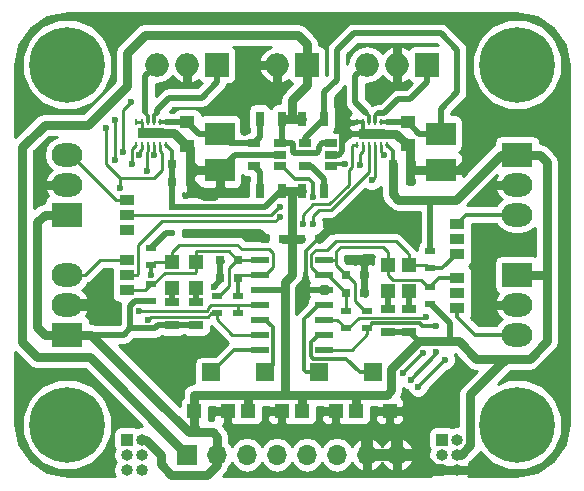
<source format=gbr>
G04 #@! TF.FileFunction,Copper,L1,Top,Signal*
%FSLAX46Y46*%
G04 Gerber Fmt 4.6, Leading zero omitted, Abs format (unit mm)*
G04 Created by KiCad (PCBNEW 4.0.6+dfsg1-1) date Wed Jun  6 22:51:37 2018*
%MOMM*%
%LPD*%
G01*
G04 APERTURE LIST*
%ADD10C,0.100000*%
%ADD11C,0.600000*%
%ADD12R,0.800000X0.750000*%
%ADD13R,0.250000X0.500000*%
%ADD14R,2.200000X0.900000*%
%ADD15C,0.400000*%
%ADD16R,1.270000X0.970000*%
%ADD17R,2.600000X2.000000*%
%ADD18O,2.600000X2.000000*%
%ADD19R,1.500000X0.600000*%
%ADD20R,1.060000X0.650000*%
%ADD21R,0.900000X0.500000*%
%ADD22R,1.250000X1.000000*%
%ADD23R,1.200000X1.200000*%
%ADD24R,1.700000X1.700000*%
%ADD25O,1.700000X1.700000*%
%ADD26O,1.998980X1.998980*%
%ADD27R,1.998980X1.998980*%
%ADD28R,0.700000X1.300000*%
%ADD29R,1.300000X0.700000*%
%ADD30R,1.600000X1.500000*%
%ADD31R,2.500000X1.950000*%
%ADD32R,1.000000X1.000000*%
%ADD33O,1.000000X1.000000*%
%ADD34C,6.400000*%
%ADD35C,0.300000*%
%ADD36C,0.750000*%
%ADD37C,0.500000*%
%ADD38C,0.250000*%
%ADD39C,1.000000*%
%ADD40C,0.254000*%
G04 APERTURE END LIST*
D10*
D11*
X136398000Y-104648000D03*
X139192000Y-105537000D03*
X137096500Y-99631500D03*
X133350000Y-101346000D03*
X129413000Y-97790000D03*
X136080500Y-82042000D03*
X141986000Y-81788000D03*
X139446000Y-87312500D03*
X138303000Y-87312500D03*
X151828500Y-88900000D03*
X156527500Y-89535000D03*
X153225500Y-87503000D03*
X152971500Y-105473500D03*
X129921000Y-110363000D03*
X131127500Y-105283000D03*
X123825000Y-102425500D03*
X161861500Y-109982000D03*
X168021000Y-102235000D03*
X169037000Y-91503500D03*
X168719500Y-79565500D03*
X161480500Y-79502000D03*
X161290000Y-73152000D03*
X123444000Y-79692500D03*
X131127500Y-73342500D03*
X148844000Y-73406000D03*
X141668500Y-77343000D03*
D12*
X150646000Y-93980000D03*
X152146000Y-93980000D03*
D11*
X152781000Y-92519500D03*
X143827500Y-105473500D03*
X137096500Y-102489000D03*
X139509500Y-99631500D03*
X133096000Y-99885500D03*
X146875500Y-95948500D03*
X130937000Y-97790000D03*
X124587000Y-87693500D03*
X124396500Y-83693000D03*
X150177500Y-79248000D03*
X153225500Y-78676500D03*
X161163000Y-84074000D03*
X162369500Y-87503000D03*
X162115500Y-90678000D03*
X165862000Y-91503500D03*
X160845500Y-101981000D03*
X148336000Y-106807000D03*
X140970000Y-107251500D03*
D13*
X154051000Y-81094500D03*
X153551000Y-81094500D03*
X153051000Y-81094500D03*
X152551000Y-81094500D03*
X152051000Y-81094500D03*
X151551000Y-81094500D03*
X151551000Y-82994500D03*
X152051000Y-82994500D03*
X152551000Y-82994500D03*
X153051000Y-82994500D03*
X153551000Y-82994500D03*
X154051000Y-82994500D03*
D14*
X152801000Y-82044500D03*
D15*
X153551000Y-82044500D03*
X152051000Y-82044500D03*
D16*
X132080000Y-90170000D03*
X132080000Y-88900000D03*
X132080000Y-87630000D03*
D17*
X165100000Y-83820000D03*
D18*
X165100000Y-86360000D03*
X165100000Y-88900000D03*
D17*
X127000000Y-88900000D03*
D18*
X127000000Y-86360000D03*
X127000000Y-83820000D03*
D19*
X143350000Y-92710000D03*
X143350000Y-93980000D03*
X143350000Y-95250000D03*
X143350000Y-96520000D03*
X143350000Y-97790000D03*
X143350000Y-99060000D03*
X143350000Y-100330000D03*
X148750000Y-100330000D03*
X148750000Y-99060000D03*
X148750000Y-97790000D03*
X148750000Y-96520000D03*
X148750000Y-95250000D03*
X148750000Y-93980000D03*
X148750000Y-92710000D03*
D20*
X144991000Y-84770000D03*
X144991000Y-83820000D03*
X144991000Y-82870000D03*
X142791000Y-82870000D03*
X142791000Y-84770000D03*
D21*
X157734000Y-91960000D03*
X157734000Y-93460000D03*
D12*
X146824000Y-90932000D03*
X148324000Y-90932000D03*
X145276000Y-90932000D03*
X143776000Y-90932000D03*
X141466000Y-94234000D03*
X139966000Y-94234000D03*
X141454000Y-92710000D03*
X139954000Y-92710000D03*
X150646000Y-95504000D03*
X152146000Y-95504000D03*
X154571000Y-86042500D03*
X156071000Y-86042500D03*
X135902000Y-86106000D03*
X137402000Y-86106000D03*
X154571000Y-84582000D03*
X156071000Y-84582000D03*
X135902000Y-84582000D03*
X137402000Y-84582000D03*
D22*
X155829000Y-81042000D03*
X155829000Y-83042000D03*
X137160000Y-81058000D03*
X137160000Y-83058000D03*
D23*
X135890000Y-95080000D03*
X135890000Y-92880000D03*
X137922000Y-95080000D03*
X137922000Y-92880000D03*
X155956000Y-95334000D03*
X155956000Y-93134000D03*
X154178000Y-95334000D03*
X154178000Y-93134000D03*
D16*
X132080000Y-95250000D03*
X132080000Y-93980000D03*
X132080000Y-92710000D03*
X160020000Y-92202000D03*
X160020000Y-90932000D03*
X160020000Y-89662000D03*
X160020000Y-94234000D03*
X160020000Y-95504000D03*
X160020000Y-96774000D03*
D24*
X137160000Y-109220000D03*
D25*
X139700000Y-109220000D03*
X142240000Y-109220000D03*
X144780000Y-109220000D03*
X147320000Y-109220000D03*
X149860000Y-109220000D03*
X152400000Y-109220000D03*
X154940000Y-109220000D03*
D26*
X152400000Y-76200000D03*
D27*
X157480000Y-76200000D03*
D26*
X154940000Y-76200000D03*
X144780000Y-76200000D03*
D27*
X147320000Y-76200000D03*
D28*
X146878000Y-86868000D03*
X148778000Y-86868000D03*
X145222000Y-86868000D03*
X143322000Y-86868000D03*
D21*
X141478000Y-95770000D03*
X141478000Y-97270000D03*
X139700000Y-95770000D03*
X139700000Y-97270000D03*
X150622000Y-97040000D03*
X150622000Y-98540000D03*
X152400000Y-97040000D03*
X152400000Y-98540000D03*
D29*
X135890000Y-98232000D03*
X135890000Y-96332000D03*
X137922000Y-98232000D03*
X137922000Y-96332000D03*
X155956000Y-98801000D03*
X155956000Y-96901000D03*
X154178000Y-98806000D03*
X154178000Y-96906000D03*
D21*
X134112000Y-91706000D03*
X134112000Y-93206000D03*
X134112000Y-96254000D03*
X134112000Y-94754000D03*
X157734000Y-96496000D03*
X157734000Y-94996000D03*
D28*
X146878000Y-80772000D03*
X148778000Y-80772000D03*
X145222000Y-80772000D03*
X143322000Y-80772000D03*
D23*
X142364000Y-105506000D03*
X145164000Y-105506000D03*
D30*
X143764000Y-102266000D03*
D23*
X137792000Y-105506000D03*
X140592000Y-105506000D03*
D30*
X139192000Y-102266000D03*
D23*
X146936000Y-105506000D03*
X149736000Y-105506000D03*
D30*
X148336000Y-102266000D03*
D23*
X151508000Y-105506000D03*
X154308000Y-105506000D03*
D30*
X152908000Y-102266000D03*
D13*
X135362000Y-81072000D03*
X134862000Y-81072000D03*
X134362000Y-81072000D03*
X133862000Y-81072000D03*
X133362000Y-81072000D03*
X132862000Y-81072000D03*
X132862000Y-82972000D03*
X133362000Y-82972000D03*
X133862000Y-82972000D03*
X134362000Y-82972000D03*
X134862000Y-82972000D03*
X135362000Y-82972000D03*
D14*
X134112000Y-82022000D03*
D15*
X134862000Y-82022000D03*
X133362000Y-82022000D03*
D20*
X149309000Y-84770000D03*
X149309000Y-83820000D03*
X149309000Y-82870000D03*
X147109000Y-82870000D03*
X147109000Y-84770000D03*
D17*
X127000000Y-99060000D03*
D18*
X127000000Y-96520000D03*
X127000000Y-93980000D03*
D17*
X165100000Y-93980000D03*
D18*
X165100000Y-96520000D03*
X165100000Y-99060000D03*
D31*
X158623000Y-82041000D03*
X158623000Y-85091000D03*
X139954000Y-82041000D03*
X139954000Y-85091000D03*
D32*
X132080000Y-107950000D03*
D33*
X133350000Y-107950000D03*
X132080000Y-109220000D03*
X133350000Y-109220000D03*
X132080000Y-110490000D03*
X133350000Y-110490000D03*
D34*
X165100000Y-106680000D03*
D11*
X167500000Y-106680000D03*
X166797056Y-108377056D03*
X165100000Y-109080000D03*
X163402944Y-108377056D03*
X162700000Y-106680000D03*
X163402944Y-104982944D03*
X165100000Y-104280000D03*
X166797056Y-104982944D03*
D34*
X127000000Y-106680000D03*
D11*
X129400000Y-106680000D03*
X128697056Y-108377056D03*
X127000000Y-109080000D03*
X125302944Y-108377056D03*
X124600000Y-106680000D03*
X125302944Y-104982944D03*
X127000000Y-104280000D03*
X128697056Y-104982944D03*
D34*
X127000000Y-76200000D03*
D11*
X129400000Y-76200000D03*
X128697056Y-77897056D03*
X127000000Y-78600000D03*
X125302944Y-77897056D03*
X124600000Y-76200000D03*
X125302944Y-74502944D03*
X127000000Y-73800000D03*
X128697056Y-74502944D03*
D34*
X165100000Y-76200000D03*
D11*
X167500000Y-76200000D03*
X166797056Y-77897056D03*
X165100000Y-78600000D03*
X163402944Y-77897056D03*
X162700000Y-76200000D03*
X163402944Y-74502944D03*
X165100000Y-73800000D03*
X166797056Y-74502944D03*
D32*
X158750000Y-107950000D03*
D33*
X160020000Y-107950000D03*
X158750000Y-109220000D03*
X160020000Y-109220000D03*
X158750000Y-110490000D03*
X160020000Y-110490000D03*
D11*
X137033000Y-87312500D03*
D26*
X134620000Y-76200000D03*
D27*
X139700000Y-76200000D03*
D26*
X137160000Y-76200000D03*
D11*
X155448000Y-102298500D03*
X157168314Y-100584000D03*
X163258500Y-101981000D03*
X135890000Y-88265000D03*
X135890000Y-90424000D03*
X146050000Y-86868000D03*
X138430000Y-90424000D03*
X137033000Y-90424000D03*
X139446000Y-94996000D03*
X134112000Y-93980000D03*
X132080000Y-90170000D03*
X133096000Y-97028000D03*
X133858000Y-97790000D03*
X157353000Y-97536000D03*
X158242000Y-98298000D03*
X145034000Y-88265000D03*
X145034000Y-89065003D03*
X160020000Y-90932000D03*
X160020000Y-95504000D03*
X159004000Y-101219000D03*
X156718000Y-103505000D03*
X158242000Y-100520500D03*
X156083000Y-102870000D03*
X131508500Y-86614000D03*
X130302000Y-81597500D03*
X153824767Y-83846271D03*
X147828000Y-89725500D03*
X146939000Y-89725500D03*
X133731000Y-85207000D03*
X132461000Y-84582000D03*
X132397500Y-79375000D03*
X152781000Y-85979000D03*
X131762500Y-83629500D03*
X151765000Y-84709000D03*
X131064000Y-80899000D03*
X131064000Y-84264500D03*
X134366000Y-83883500D03*
X133115999Y-83883500D03*
X150495000Y-84645500D03*
X147828000Y-87376000D03*
D35*
X157168314Y-100584000D02*
X157162500Y-100584000D01*
X157162500Y-100584000D02*
X155448000Y-102298500D01*
D36*
X137795000Y-107315000D02*
X137305000Y-107315000D01*
X137305000Y-107315000D02*
X134133000Y-104143000D01*
X137795000Y-107315000D02*
X137795000Y-106859000D01*
X137795000Y-106859000D02*
X137792000Y-106856000D01*
X139319000Y-107315000D02*
X137795000Y-107315000D01*
X139700000Y-109220000D02*
X139700000Y-107696000D01*
X139700000Y-107696000D02*
X139319000Y-107315000D01*
X137792000Y-106856000D02*
X137792000Y-105506000D01*
X134133000Y-104143000D02*
X129050000Y-99060000D01*
X151511000Y-104140000D02*
X154061500Y-104140000D01*
X154061500Y-104140000D02*
X154456499Y-103745001D01*
X162750500Y-102489000D02*
X163258500Y-101981000D01*
X163258500Y-101981000D02*
X164147500Y-101092000D01*
X161149001Y-104090499D02*
X162750500Y-102489000D01*
D37*
X135890000Y-88265000D02*
X135890000Y-87947500D01*
X135890000Y-87947500D02*
X135902000Y-87935500D01*
X136189999Y-88247499D02*
X135907501Y-88247499D01*
X135907501Y-88247499D02*
X135890000Y-88265000D01*
X135890000Y-90424000D02*
X135394000Y-90424000D01*
X135394000Y-90424000D02*
X134112000Y-91706000D01*
X136189999Y-88247499D02*
X143752503Y-88247499D01*
X143752503Y-88247499D02*
X145132002Y-86868000D01*
X145132002Y-86868000D02*
X145222000Y-86868000D01*
X135902000Y-86106000D02*
X135902000Y-87935500D01*
D36*
X161607500Y-101092000D02*
X164147500Y-101092000D01*
X164147500Y-101092000D02*
X166179500Y-101092000D01*
X161149001Y-108412001D02*
X161149001Y-104090499D01*
X160020000Y-109220000D02*
X160341002Y-109220000D01*
X160341002Y-109220000D02*
X161149001Y-108412001D01*
D37*
X129050000Y-99060000D02*
X131826000Y-99060000D01*
X131826000Y-99060000D02*
X132345999Y-98540001D01*
X134112000Y-96254000D02*
X132759998Y-96254000D01*
X134740000Y-98232000D02*
X135890000Y-98232000D01*
X132759998Y-96254000D02*
X132345999Y-96667999D01*
X132345999Y-96667999D02*
X132345999Y-98540001D01*
X132345999Y-98540001D02*
X134431999Y-98540001D01*
X134431999Y-98540001D02*
X134740000Y-98232000D01*
D36*
X154571000Y-86042500D02*
X154571000Y-84582000D01*
X159896998Y-87630000D02*
X157734000Y-87630000D01*
X157734000Y-87630000D02*
X155033500Y-87630000D01*
D37*
X157734000Y-91960000D02*
X157734000Y-91210000D01*
X157734000Y-91210000D02*
X157734000Y-87630000D01*
D36*
X155033500Y-87630000D02*
X154571000Y-87167500D01*
X154571000Y-87167500D02*
X154571000Y-86042500D01*
X165100000Y-83820000D02*
X163706998Y-83820000D01*
X163706998Y-83820000D02*
X159896998Y-87630000D01*
D35*
X154571000Y-84582000D02*
X154571000Y-83514500D01*
X154571000Y-83514500D02*
X154051000Y-82994500D01*
D36*
X133350000Y-107950000D02*
X133671002Y-107950000D01*
X133671002Y-107950000D02*
X134937500Y-109216498D01*
X138874500Y-110934500D02*
X139700000Y-110109000D01*
X134937500Y-109216498D02*
X134937500Y-110045500D01*
X134937500Y-110045500D02*
X135826500Y-110934500D01*
X135826500Y-110934500D02*
X138874500Y-110934500D01*
X139700000Y-110109000D02*
X139700000Y-109220000D01*
D37*
X155956000Y-98801000D02*
X155989498Y-98801000D01*
X155989498Y-98801000D02*
X156819998Y-99631500D01*
D36*
X156819998Y-99631500D02*
X159448500Y-99631500D01*
X159448500Y-99631500D02*
X160147000Y-99631500D01*
D37*
X157734000Y-96496000D02*
X157837000Y-96496000D01*
X157837000Y-96496000D02*
X159448500Y-98107500D01*
X159448500Y-98107500D02*
X159448500Y-99631500D01*
D36*
X167640000Y-99631500D02*
X167640000Y-93980000D01*
X167640000Y-93980000D02*
X167640000Y-93345000D01*
X167005000Y-93980000D02*
X167640000Y-93980000D01*
X166179500Y-101092000D02*
X167640000Y-99631500D01*
X160147000Y-99631500D02*
X161607500Y-101092000D01*
X154456499Y-103745001D02*
X154456499Y-101994999D01*
X154456499Y-101994999D02*
X156819998Y-99631500D01*
X145415000Y-103886000D02*
X145415000Y-95250000D01*
X145415000Y-95250000D02*
X145415000Y-94615000D01*
D37*
X144780000Y-95250000D02*
X145415000Y-95250000D01*
D36*
X145669000Y-104140000D02*
X145415000Y-103886000D01*
X145415000Y-94615000D02*
X146050000Y-93980000D01*
X146050000Y-93980000D02*
X146050000Y-90932000D01*
D37*
X143350000Y-95250000D02*
X144780000Y-95250000D01*
D36*
X146050000Y-104140000D02*
X145669000Y-104140000D01*
X145669000Y-104140000D02*
X142367000Y-104140000D01*
D35*
X135902000Y-84582000D02*
X135902000Y-83512000D01*
D37*
X145923000Y-88900000D02*
X146050000Y-88773000D01*
X135902000Y-84582000D02*
X135902000Y-86106000D01*
D36*
X146050000Y-86868000D02*
X146050000Y-88773000D01*
X146050000Y-88773000D02*
X146050000Y-90932000D01*
D37*
X146177000Y-88900000D02*
X146050000Y-88773000D01*
X155956000Y-98801000D02*
X154183000Y-98801000D01*
X154183000Y-98801000D02*
X154178000Y-98806000D01*
X135890000Y-98232000D02*
X137922000Y-98232000D01*
D36*
X167005000Y-93980000D02*
X165100000Y-93980000D01*
X167640000Y-84455000D02*
X167640000Y-93345000D01*
X167005000Y-83820000D02*
X167640000Y-84455000D01*
X165100000Y-83820000D02*
X167005000Y-83820000D01*
X125095000Y-99060000D02*
X127000000Y-99060000D01*
X124460000Y-98425000D02*
X125095000Y-99060000D01*
X124460000Y-89535000D02*
X124460000Y-98425000D01*
X127000000Y-99060000D02*
X129050000Y-99060000D01*
X125095000Y-88900000D02*
X124460000Y-89535000D01*
X127000000Y-88900000D02*
X125095000Y-88900000D01*
X146050000Y-86868000D02*
X146878000Y-86868000D01*
X145222000Y-86868000D02*
X146050000Y-86868000D01*
X146050000Y-104140000D02*
X146939000Y-104140000D01*
X146050000Y-90932000D02*
X146824000Y-90932000D01*
X145276000Y-90932000D02*
X146050000Y-90932000D01*
X151511000Y-104140000D02*
X151508000Y-104143000D01*
X151508000Y-104143000D02*
X151508000Y-105506000D01*
X146939000Y-104140000D02*
X151511000Y-104140000D01*
X146939000Y-104140000D02*
X146936000Y-104143000D01*
X146936000Y-104143000D02*
X146936000Y-105506000D01*
X142367000Y-104140000D02*
X142364000Y-104143000D01*
X142364000Y-104143000D02*
X142364000Y-105506000D01*
X137795000Y-104140000D02*
X142367000Y-104140000D01*
X137792000Y-104143000D02*
X137795000Y-104140000D01*
X137792000Y-105506000D02*
X137792000Y-104143000D01*
D35*
X135902000Y-83512000D02*
X135362000Y-82972000D01*
D38*
X142364000Y-104656000D02*
X142364000Y-105506000D01*
X142288999Y-104580999D02*
X142364000Y-104656000D01*
D39*
X152400000Y-109220000D02*
X154940000Y-109220000D01*
D36*
X158750000Y-110490000D02*
X160020000Y-110490000D01*
X134862000Y-82022000D02*
X136060500Y-82022000D01*
X136060500Y-82022000D02*
X136080500Y-82042000D01*
X134112000Y-82022000D02*
X134862000Y-82022000D01*
X138430000Y-90424000D02*
X137033000Y-90424000D01*
X143268000Y-90424000D02*
X140144500Y-90424000D01*
X140144500Y-90424000D02*
X138430000Y-90424000D01*
D39*
X158750000Y-110490000D02*
X158042894Y-110490000D01*
X158042894Y-110490000D02*
X156772894Y-109220000D01*
X156772894Y-109220000D02*
X156142081Y-109220000D01*
X154940000Y-109220000D02*
X156142081Y-109220000D01*
X154940000Y-109220000D02*
X154940000Y-107315000D01*
X152400000Y-109220000D02*
X152400000Y-107315000D01*
X127000000Y-96520000D02*
X129667000Y-96520000D01*
X129667000Y-96520000D02*
X130937000Y-97790000D01*
D36*
X143268000Y-90424000D02*
X143703980Y-90859980D01*
X143703980Y-90859980D02*
X143776000Y-90859980D01*
X136080500Y-82042000D02*
X136144000Y-82042000D01*
X136144000Y-82042000D02*
X137160000Y-83058000D01*
X137402000Y-84582000D02*
X137402000Y-85534500D01*
X137402000Y-85534500D02*
X137402000Y-86106000D01*
X139954000Y-85091000D02*
X137845500Y-85091000D01*
X137845500Y-85091000D02*
X137402000Y-85534500D01*
X141986000Y-81788000D02*
X141986000Y-77660500D01*
X141986000Y-77660500D02*
X141668500Y-77343000D01*
X139446000Y-87312500D02*
X138608500Y-87312500D01*
X138608500Y-87312500D02*
X137402000Y-86106000D01*
X139954000Y-85091000D02*
X137911000Y-85091000D01*
X137911000Y-85091000D02*
X137402000Y-84582000D01*
X137402000Y-84582000D02*
X137402000Y-83300000D01*
X137402000Y-83300000D02*
X137160000Y-83058000D01*
D35*
X147199989Y-91953244D02*
X147199989Y-95250000D01*
X147199989Y-95250000D02*
X147199989Y-95624011D01*
X148750000Y-95250000D02*
X147700000Y-95250000D01*
X147700000Y-95250000D02*
X147199989Y-95250000D01*
X148324000Y-90932000D02*
X148221233Y-90932000D01*
X148221233Y-90932000D02*
X147199989Y-91953244D01*
X147199989Y-95624011D02*
X146875500Y-95948500D01*
D36*
X148324000Y-90932000D02*
X150356000Y-88900000D01*
X150356000Y-88900000D02*
X151828500Y-88900000D01*
X158623000Y-85091000D02*
X160146000Y-85091000D01*
X160146000Y-85091000D02*
X161163000Y-84074000D01*
D37*
X152146000Y-92519500D02*
X152781000Y-92519500D01*
X152146000Y-93980000D02*
X152146000Y-92519500D01*
X152146000Y-95504000D02*
X152146000Y-93980000D01*
D36*
X156071000Y-86042500D02*
X156071000Y-85026500D01*
X156071000Y-85026500D02*
X156071000Y-84582000D01*
X158623000Y-85091000D02*
X156135500Y-85091000D01*
X156135500Y-85091000D02*
X156071000Y-85026500D01*
X156071000Y-84582000D02*
X156071000Y-83284000D01*
X156071000Y-83284000D02*
X155829000Y-83042000D01*
X152801000Y-82044500D02*
X154831500Y-82044500D01*
X154831500Y-82044500D02*
X155829000Y-83042000D01*
D37*
X139966000Y-94234000D02*
X139966000Y-94476000D01*
X139966000Y-94476000D02*
X139446000Y-94996000D01*
D35*
X152051000Y-81094500D02*
X152051000Y-82044500D01*
X151551000Y-81094500D02*
X152051000Y-81094500D01*
D37*
X152801000Y-82044500D02*
X151201000Y-82044500D01*
X151201000Y-82044500D02*
X151198500Y-82042000D01*
X151198500Y-82042000D02*
X150546000Y-82042000D01*
X139954000Y-92710000D02*
X139954000Y-94222000D01*
X139954000Y-94222000D02*
X139966000Y-94234000D01*
X149309000Y-83820000D02*
X150024002Y-83820000D01*
X150024002Y-83820000D02*
X150320999Y-83523003D01*
X150320999Y-82267001D02*
X150546000Y-82042000D01*
X150320999Y-83523003D02*
X150320999Y-82267001D01*
X144991000Y-83820000D02*
X141225000Y-83820000D01*
X141225000Y-83820000D02*
X139954000Y-85091000D01*
D38*
X132862000Y-81072000D02*
X133362000Y-81072000D01*
X133362000Y-81072000D02*
X133362000Y-81572000D01*
X133362000Y-81572000D02*
X133812000Y-82022000D01*
X133812000Y-82022000D02*
X134112000Y-82022000D01*
X136461500Y-91440000D02*
X136461500Y-91458500D01*
X136461500Y-91458500D02*
X135890000Y-92030000D01*
X135890000Y-92880000D02*
X135890000Y-92030000D01*
X141414500Y-91440000D02*
X141795500Y-91821000D01*
X144425001Y-93354999D02*
X143800000Y-93980000D01*
X136461500Y-91440000D02*
X141414500Y-91440000D01*
X141795500Y-91821000D02*
X144096002Y-91821000D01*
X144096002Y-91821000D02*
X144425001Y-92149999D01*
X143800000Y-93980000D02*
X143350000Y-93980000D01*
X144425001Y-92149999D02*
X144425001Y-93354999D01*
X135890000Y-92880000D02*
X134438000Y-92880000D01*
X134438000Y-92880000D02*
X134112000Y-93206000D01*
D35*
X134112000Y-93980000D02*
X134112000Y-93206000D01*
X141466000Y-94234000D02*
X141466000Y-95758000D01*
X141466000Y-95758000D02*
X141478000Y-95770000D01*
D38*
X143350000Y-93980000D02*
X141720000Y-93980000D01*
X141720000Y-93980000D02*
X141466000Y-94234000D01*
X132080000Y-95250000D02*
X133616000Y-95250000D01*
X133616000Y-95250000D02*
X134112000Y-94754000D01*
X134112000Y-94754000D02*
X134312000Y-94754000D01*
X134312000Y-94754000D02*
X135260999Y-93805001D01*
X135260999Y-93805001D02*
X137846999Y-93805001D01*
X137846999Y-93805001D02*
X137922000Y-93730000D01*
X137922000Y-93730000D02*
X137922000Y-92880000D01*
X137922000Y-92880000D02*
X137922000Y-92030000D01*
X137922000Y-92030000D02*
X137942001Y-92009999D01*
X137942001Y-92009999D02*
X140728999Y-92009999D01*
X141429000Y-92710000D02*
X141454000Y-92710000D01*
X140728999Y-92009999D02*
X141429000Y-92710000D01*
X141454000Y-92710000D02*
X143350000Y-92710000D01*
X139700000Y-95770000D02*
X139900000Y-95770000D01*
X139900000Y-95770000D02*
X140740999Y-94929001D01*
X140740999Y-94929001D02*
X140740999Y-93398001D01*
X140740999Y-93398001D02*
X141429000Y-92710000D01*
X155956000Y-93134000D02*
X155956000Y-92284000D01*
X155956000Y-92284000D02*
X155756999Y-92084999D01*
X155756999Y-92084999D02*
X155756999Y-92066499D01*
X155756999Y-92066499D02*
X154813000Y-91122500D01*
X154813000Y-91122500D02*
X149733000Y-91122500D01*
X149733000Y-91122500D02*
X148971000Y-91884500D01*
X147674999Y-92265500D02*
X147674999Y-93354999D01*
X147674999Y-93354999D02*
X148300000Y-93980000D01*
X148971000Y-91884500D02*
X148055999Y-91884500D01*
X148055999Y-91884500D02*
X147674999Y-92265500D01*
X148300000Y-93980000D02*
X148750000Y-93980000D01*
D35*
X157734000Y-93460000D02*
X158762000Y-93460000D01*
X158762000Y-93460000D02*
X160020000Y-92202000D01*
D38*
X155956000Y-93134000D02*
X157408000Y-93134000D01*
X157408000Y-93134000D02*
X157734000Y-93460000D01*
X150646000Y-95504000D02*
X150621000Y-95504000D01*
X150621000Y-95504000D02*
X149097000Y-93980000D01*
X149097000Y-93980000D02*
X148750000Y-93980000D01*
X150622000Y-97040000D02*
X150622000Y-95528000D01*
X150622000Y-95528000D02*
X150646000Y-95504000D01*
X149796500Y-92646500D02*
X149796500Y-92011500D01*
X150177500Y-91630500D02*
X153733500Y-91630500D01*
X149796500Y-92011500D02*
X150177500Y-91630500D01*
X153733500Y-91630500D02*
X154178000Y-92075000D01*
X154178000Y-92075000D02*
X154178000Y-92519500D01*
X154178000Y-92519500D02*
X154178000Y-93134000D01*
X149796500Y-92646500D02*
X149796500Y-93155500D01*
X149796500Y-93155500D02*
X150621000Y-93980000D01*
X150621000Y-93980000D02*
X150646000Y-93980000D01*
X149796500Y-92646500D02*
X149796500Y-92663500D01*
X149796500Y-92663500D02*
X149750000Y-92710000D01*
X149750000Y-92710000D02*
X148750000Y-92710000D01*
D35*
X157734000Y-94996000D02*
X158496000Y-94234000D01*
X158496000Y-94234000D02*
X160020000Y-94234000D01*
D38*
X154178000Y-93134000D02*
X154178000Y-93984000D01*
X154178000Y-93984000D02*
X154602999Y-94408999D01*
X154602999Y-94408999D02*
X156946999Y-94408999D01*
X156946999Y-94408999D02*
X157534000Y-94996000D01*
X157534000Y-94996000D02*
X157734000Y-94996000D01*
X149376000Y-92710000D02*
X148750000Y-92710000D01*
X152400000Y-97040000D02*
X152200000Y-97040000D01*
X152200000Y-97040000D02*
X151371001Y-96211001D01*
X151371001Y-96211001D02*
X151371001Y-94680001D01*
X151371001Y-94680001D02*
X150671000Y-93980000D01*
X150671000Y-93980000D02*
X150646000Y-93980000D01*
D37*
X154051000Y-81094500D02*
X155776500Y-81094500D01*
X155776500Y-81094500D02*
X155829000Y-81042000D01*
D35*
X153551000Y-81094500D02*
X154051000Y-81094500D01*
D37*
X158623000Y-82041000D02*
X156828000Y-82041000D01*
X156828000Y-82041000D02*
X155829000Y-81042000D01*
X160020000Y-78534000D02*
X158623000Y-79931000D01*
X158623000Y-79931000D02*
X158623000Y-82041000D01*
X160020000Y-74930000D02*
X160020000Y-78534000D01*
X158623000Y-73533000D02*
X160020000Y-74930000D01*
X151257000Y-73533000D02*
X158623000Y-73533000D01*
X149860000Y-74930000D02*
X151257000Y-73533000D01*
X149860000Y-77470000D02*
X149860000Y-74930000D01*
X148778000Y-78552000D02*
X149860000Y-77470000D01*
X148778000Y-80772000D02*
X148778000Y-78552000D01*
X147109000Y-82870000D02*
X147109000Y-82441000D01*
X147109000Y-82441000D02*
X148778000Y-80772000D01*
X142791000Y-82870000D02*
X140783000Y-82870000D01*
X140783000Y-82870000D02*
X139954000Y-82041000D01*
X143322000Y-80772000D02*
X143322000Y-82339000D01*
X143322000Y-82339000D02*
X142791000Y-82870000D01*
D35*
X135362000Y-81072000D02*
X134862000Y-81072000D01*
D37*
X135362000Y-81072000D02*
X137146000Y-81072000D01*
X137146000Y-81072000D02*
X137160000Y-81058000D01*
X139954000Y-82041000D02*
X138143000Y-82041000D01*
X138143000Y-82041000D02*
X137160000Y-81058000D01*
X135890000Y-96332000D02*
X135890000Y-95080000D01*
X137922000Y-96332000D02*
X137922000Y-95080000D01*
X155956000Y-95334000D02*
X155956000Y-96901000D01*
D38*
X155956000Y-95334000D02*
X155956000Y-96906000D01*
D37*
X154178000Y-95334000D02*
X154178000Y-96906000D01*
D38*
X127000000Y-83820000D02*
X127300000Y-83820000D01*
X127300000Y-83820000D02*
X131110000Y-87630000D01*
X131195000Y-87630000D02*
X132080000Y-87630000D01*
X131110000Y-87630000D02*
X131195000Y-87630000D01*
X134747000Y-97028000D02*
X133096000Y-97028000D01*
X138811002Y-97028000D02*
X134747000Y-97028000D01*
X141478000Y-96520000D02*
X139164998Y-96520000D01*
X139164998Y-96520000D02*
X138897001Y-96787997D01*
X138897001Y-96787997D02*
X138897001Y-96942001D01*
X138897001Y-96942001D02*
X138811002Y-97028000D01*
X141478000Y-97270000D02*
X141478000Y-96520000D01*
X141478000Y-96520000D02*
X142228000Y-96520000D01*
X142228000Y-96520000D02*
X143350000Y-96520000D01*
X127000000Y-93980000D02*
X128550000Y-93980000D01*
X128550000Y-93980000D02*
X129820000Y-92710000D01*
X129820000Y-92710000D02*
X131195000Y-92710000D01*
X131195000Y-92710000D02*
X132080000Y-92710000D01*
X135382000Y-97536000D02*
X134112000Y-97536000D01*
X134112000Y-97536000D02*
X133858000Y-97790000D01*
X138939412Y-97536000D02*
X135382000Y-97536000D01*
X139700000Y-97270000D02*
X139205412Y-97270000D01*
X139205412Y-97270000D02*
X138939412Y-97536000D01*
X127300000Y-93980000D02*
X127000000Y-93980000D01*
X139700000Y-97270000D02*
X139700000Y-97770000D01*
X139700000Y-97770000D02*
X140990000Y-99060000D01*
X140990000Y-99060000D02*
X143002000Y-99060000D01*
X143002000Y-99060000D02*
X143350000Y-99060000D01*
D35*
X165100000Y-88900000D02*
X160782000Y-88900000D01*
X160782000Y-88900000D02*
X160020000Y-89662000D01*
D38*
X151746999Y-97615001D02*
X157273999Y-97615001D01*
X157273999Y-97615001D02*
X157353000Y-97536000D01*
X150622000Y-98540000D02*
X150822000Y-98540000D01*
X150822000Y-98540000D02*
X151746999Y-97615001D01*
X150622000Y-98540000D02*
X149872000Y-97790000D01*
X149872000Y-97790000D02*
X148750000Y-97790000D01*
D35*
X152814001Y-98125999D02*
X152839001Y-98100999D01*
X152839001Y-98100999D02*
X156886001Y-98100999D01*
X156886001Y-98100999D02*
X157083002Y-98298000D01*
X157083002Y-98298000D02*
X158242000Y-98298000D01*
X165100000Y-99060000D02*
X161521000Y-99060000D01*
X161521000Y-99060000D02*
X160020000Y-97559000D01*
X160020000Y-97559000D02*
X160020000Y-96774000D01*
D38*
X152400000Y-98540000D02*
X152814001Y-98125999D01*
X152400000Y-98540000D02*
X152400000Y-99040000D01*
X152400000Y-99040000D02*
X151110000Y-100330000D01*
X149750000Y-100330000D02*
X148750000Y-100330000D01*
X151110000Y-100330000D02*
X149750000Y-100330000D01*
X132080000Y-88900000D02*
X144274001Y-88900000D01*
X144274001Y-88900000D02*
X144909001Y-88265000D01*
X144909001Y-88265000D02*
X145034000Y-88265000D01*
X133040001Y-91492997D02*
X135061498Y-89471500D01*
X135061498Y-89471500D02*
X144627503Y-89471500D01*
X133040001Y-93904999D02*
X133040001Y-91492997D01*
X132965000Y-93980000D02*
X133040001Y-93904999D01*
X132080000Y-93980000D02*
X132965000Y-93980000D01*
X144627503Y-89471500D02*
X145034000Y-89065003D01*
D36*
X137160000Y-109220000D02*
X128905000Y-100965000D01*
X128905000Y-100965000D02*
X124460000Y-100965000D01*
X124460000Y-100965000D02*
X123190000Y-99695000D01*
X123190000Y-99695000D02*
X123190000Y-83185000D01*
X123190000Y-83185000D02*
X125095000Y-81280000D01*
X132080000Y-75184000D02*
X133604000Y-73660000D01*
X125095000Y-81280000D02*
X128778000Y-81280000D01*
X128778000Y-81280000D02*
X132080000Y-77978000D01*
X132080000Y-77978000D02*
X132080000Y-75184000D01*
X133604000Y-73660000D02*
X146529490Y-73660000D01*
X146529490Y-73660000D02*
X147320000Y-74450510D01*
X147320000Y-74450510D02*
X147320000Y-76200000D01*
X146050000Y-80772000D02*
X146878000Y-80772000D01*
X146050000Y-80772000D02*
X145222000Y-80772000D01*
X147320000Y-76200000D02*
X147320000Y-77949490D01*
X147320000Y-77949490D02*
X146050000Y-79219490D01*
X146050000Y-79219490D02*
X146050000Y-80772000D01*
D37*
X144991000Y-82870000D02*
X146021000Y-82870000D01*
X146021000Y-82870000D02*
X146128999Y-82977999D01*
X146128999Y-82977999D02*
X146128999Y-83555001D01*
X146128999Y-83555001D02*
X146218999Y-83645001D01*
X146218999Y-83645001D02*
X148129999Y-83645001D01*
X148129999Y-83645001D02*
X148328999Y-83446001D01*
X148328999Y-83446001D02*
X148328999Y-83134999D01*
X148328999Y-83134999D02*
X148593998Y-82870000D01*
X148593998Y-82870000D02*
X149309000Y-82870000D01*
X145222000Y-80772000D02*
X145222000Y-82639000D01*
X145222000Y-82639000D02*
X144991000Y-82870000D01*
D35*
X156718000Y-103505000D02*
X159004000Y-101219000D01*
X156083000Y-102870000D02*
X158242000Y-100711000D01*
X158242000Y-100711000D02*
X158242000Y-100520500D01*
D38*
X131488501Y-85832001D02*
X131488501Y-86594001D01*
X131488501Y-86594001D02*
X131508500Y-86614000D01*
X130302000Y-81597500D02*
X130302000Y-84645500D01*
X130302000Y-84645500D02*
X131488501Y-85832001D01*
X131488501Y-85832001D02*
X134385999Y-85832001D01*
X134385999Y-85832001D02*
X135064500Y-85153500D01*
X135064500Y-85153500D02*
X135064500Y-83674500D01*
X134862000Y-83472000D02*
X134862000Y-82972000D01*
X135064500Y-83674500D02*
X134862000Y-83472000D01*
X153551000Y-82994500D02*
X153551000Y-83572504D01*
X153551000Y-83572504D02*
X153824767Y-83846271D01*
D35*
X152551000Y-81094500D02*
X152551000Y-80542000D01*
X152551000Y-80542000D02*
X152336500Y-80327500D01*
D37*
X151400511Y-79391511D02*
X152336500Y-80327500D01*
X152400000Y-76200000D02*
X151400511Y-77199489D01*
X151400511Y-77199489D02*
X151400511Y-79391511D01*
X155034537Y-79121000D02*
X153828037Y-80327500D01*
X156058490Y-79121000D02*
X155034537Y-79121000D01*
X157480000Y-77699490D02*
X156058490Y-79121000D01*
X157480000Y-76200000D02*
X157480000Y-77699490D01*
D35*
X153051000Y-81094500D02*
X153051000Y-80544500D01*
X153051000Y-80544500D02*
X153268000Y-80327500D01*
X153268000Y-80327500D02*
X153289000Y-80327500D01*
D37*
X153828037Y-80327500D02*
X153289000Y-80327500D01*
D35*
X133620511Y-80247489D02*
X133620511Y-80280511D01*
X133620511Y-80280511D02*
X133862000Y-80522000D01*
X133862000Y-80522000D02*
X133862000Y-81072000D01*
D37*
X134620000Y-76200000D02*
X133620511Y-77199489D01*
X133620511Y-77199489D02*
X133620511Y-80247489D01*
D35*
X134362000Y-81072000D02*
X134362000Y-80522000D01*
X134362000Y-80522000D02*
X134386999Y-80497001D01*
X134620000Y-80264000D02*
X134386999Y-80497001D01*
D37*
X134620000Y-80010000D02*
X134620000Y-80264000D01*
X135636000Y-78994000D02*
X134620000Y-80010000D01*
X138405490Y-78994000D02*
X135636000Y-78994000D01*
X139700000Y-76200000D02*
X139700000Y-77699490D01*
X139700000Y-77699490D02*
X138405490Y-78994000D01*
X147637500Y-84772500D02*
X148780500Y-85915500D01*
X147316500Y-84772500D02*
X147637500Y-84772500D01*
X147109000Y-84770000D02*
X147314000Y-84770000D01*
X147314000Y-84770000D02*
X147316500Y-84772500D01*
X148780500Y-86565500D02*
X148780500Y-85915500D01*
X148778000Y-86868000D02*
X148778000Y-86568000D01*
X148778000Y-86568000D02*
X148780500Y-86565500D01*
X143322000Y-86868000D02*
X143322000Y-85301000D01*
X143322000Y-85301000D02*
X142791000Y-84770000D01*
D38*
X152551000Y-82994500D02*
X152551000Y-85316412D01*
X152551000Y-85316412D02*
X149348412Y-88519000D01*
X149348412Y-88519000D02*
X148336000Y-88519000D01*
X148336000Y-88519000D02*
X147828000Y-89027000D01*
X147828000Y-89027000D02*
X147828000Y-89725500D01*
X151551000Y-82994500D02*
X151176000Y-82994500D01*
X151176000Y-82994500D02*
X151120001Y-83050499D01*
X150876000Y-85153500D02*
X150876000Y-86355002D01*
X151120001Y-83050499D02*
X151120001Y-84909499D01*
X149220002Y-88011000D02*
X147828000Y-88011000D01*
X151120001Y-84909499D02*
X150876000Y-85153500D01*
X147828000Y-88011000D02*
X146939000Y-88900000D01*
X150876000Y-86355002D02*
X149220002Y-88011000D01*
X146939000Y-88900000D02*
X146939000Y-89725500D01*
X133740999Y-83593001D02*
X133740999Y-85197001D01*
X133740999Y-85197001D02*
X133731000Y-85207000D01*
X133862000Y-82972000D02*
X133862000Y-83472000D01*
X133862000Y-83472000D02*
X133740999Y-83593001D01*
X132461000Y-84582000D02*
X132461000Y-83373000D01*
X132461000Y-83373000D02*
X132862000Y-82972000D01*
X131762500Y-80008981D02*
X131763519Y-80008981D01*
X131763519Y-80008981D02*
X132397500Y-79375000D01*
X153051000Y-82994500D02*
X153051000Y-85709000D01*
X153051000Y-85709000D02*
X152781000Y-85979000D01*
X131762500Y-80008981D02*
X131762500Y-83629500D01*
X152840011Y-85919989D02*
X152781000Y-85979000D01*
X151765000Y-84709000D02*
X151765000Y-83780500D01*
X151765000Y-83780500D02*
X152051000Y-83494500D01*
X152051000Y-83494500D02*
X152051000Y-82994500D01*
X131064000Y-84264500D02*
X131064000Y-80899000D01*
X134362000Y-82972000D02*
X134362000Y-83879500D01*
X134362000Y-83879500D02*
X134366000Y-83883500D01*
X133362000Y-82972000D02*
X133362000Y-83335590D01*
X133362000Y-83335590D02*
X133115999Y-83581591D01*
X133115999Y-83581591D02*
X133115999Y-83883500D01*
D35*
X144450001Y-101629999D02*
X144450001Y-98440001D01*
X144450001Y-98440001D02*
X143800000Y-97790000D01*
X143800000Y-97790000D02*
X143350000Y-97790000D01*
X143764000Y-102266000D02*
X143814000Y-102266000D01*
X143814000Y-102266000D02*
X144450001Y-101629999D01*
X141178000Y-100330000D02*
X143350000Y-100330000D01*
X139192000Y-102266000D02*
X139242000Y-102266000D01*
X139242000Y-102266000D02*
X141178000Y-100330000D01*
X148300000Y-96520000D02*
X147066000Y-97754000D01*
X147066000Y-97754000D02*
X147066000Y-102096000D01*
X147066000Y-102096000D02*
X147236000Y-102266000D01*
X147236000Y-102266000D02*
X148336000Y-102266000D01*
D38*
X148300000Y-96520000D02*
X148750000Y-96520000D01*
D35*
X148750000Y-99060000D02*
X148300000Y-99060000D01*
X147831998Y-101092000D02*
X150634000Y-101092000D01*
X148300000Y-99060000D02*
X147649999Y-99710001D01*
X147649999Y-99710001D02*
X147649999Y-100910001D01*
X147649999Y-100910001D02*
X147831998Y-101092000D01*
X150634000Y-101092000D02*
X151808000Y-102266000D01*
X151808000Y-102266000D02*
X152908000Y-102266000D01*
X150495000Y-84645500D02*
X149433500Y-84645500D01*
X149433500Y-84645500D02*
X149309000Y-84770000D01*
X147828000Y-87376000D02*
X147828000Y-86187998D01*
X147508001Y-85867999D02*
X146293999Y-85867999D01*
X147828000Y-86187998D02*
X147508001Y-85867999D01*
X146293999Y-85867999D02*
X145196000Y-84770000D01*
X145196000Y-84770000D02*
X144991000Y-84770000D01*
D40*
G36*
X166767005Y-72175498D02*
X168180221Y-73119779D01*
X169124502Y-74532997D01*
X169470000Y-76269931D01*
X169470000Y-106610069D01*
X169124502Y-108347003D01*
X168180221Y-109760221D01*
X166767005Y-110704502D01*
X165030069Y-111050000D01*
X160986145Y-111050000D01*
X161061839Y-110940395D01*
X161075142Y-110908209D01*
X160964225Y-110738000D01*
X160268000Y-110738000D01*
X160268000Y-110758000D01*
X159772000Y-110758000D01*
X159772000Y-110738000D01*
X158998000Y-110738000D01*
X158998000Y-110758000D01*
X158502000Y-110758000D01*
X158502000Y-110738000D01*
X157805775Y-110738000D01*
X157694858Y-110908209D01*
X157708161Y-110940395D01*
X157783855Y-111050000D01*
X140187356Y-111050000D01*
X140414178Y-110823178D01*
X140633118Y-110495510D01*
X140660240Y-110359159D01*
X140750054Y-110299147D01*
X140970000Y-109969974D01*
X141189946Y-110299147D01*
X141671715Y-110621054D01*
X142240000Y-110734093D01*
X142808285Y-110621054D01*
X143290054Y-110299147D01*
X143510000Y-109969974D01*
X143729946Y-110299147D01*
X144211715Y-110621054D01*
X144780000Y-110734093D01*
X145348285Y-110621054D01*
X145830054Y-110299147D01*
X146050000Y-109969974D01*
X146269946Y-110299147D01*
X146751715Y-110621054D01*
X147320000Y-110734093D01*
X147888285Y-110621054D01*
X148370054Y-110299147D01*
X148590000Y-109969974D01*
X148809946Y-110299147D01*
X149291715Y-110621054D01*
X149860000Y-110734093D01*
X150428285Y-110621054D01*
X150910054Y-110299147D01*
X151141359Y-109952973D01*
X151281174Y-110196478D01*
X151740022Y-110550304D01*
X151926011Y-110627323D01*
X152152000Y-110522857D01*
X152152000Y-109468000D01*
X152648000Y-109468000D01*
X152648000Y-110522857D01*
X152873989Y-110627323D01*
X153059978Y-110550304D01*
X153518826Y-110196478D01*
X153670000Y-109933190D01*
X153821174Y-110196478D01*
X154280022Y-110550304D01*
X154466011Y-110627323D01*
X154692000Y-110522857D01*
X154692000Y-109468000D01*
X155188000Y-109468000D01*
X155188000Y-110522857D01*
X155413989Y-110627323D01*
X155599978Y-110550304D01*
X156058826Y-110196478D01*
X156347342Y-109693992D01*
X156245414Y-109468000D01*
X155188000Y-109468000D01*
X154692000Y-109468000D01*
X152648000Y-109468000D01*
X152152000Y-109468000D01*
X152132000Y-109468000D01*
X152132000Y-108972000D01*
X152152000Y-108972000D01*
X152152000Y-107917143D01*
X152648000Y-107917143D01*
X152648000Y-108972000D01*
X154692000Y-108972000D01*
X154692000Y-107917143D01*
X155188000Y-107917143D01*
X155188000Y-108972000D01*
X156245414Y-108972000D01*
X156347342Y-108746008D01*
X156058826Y-108243522D01*
X155599978Y-107889696D01*
X155413989Y-107812677D01*
X155188000Y-107917143D01*
X154692000Y-107917143D01*
X154466011Y-107812677D01*
X154280022Y-107889696D01*
X153821174Y-108243522D01*
X153670000Y-108506810D01*
X153518826Y-108243522D01*
X153059978Y-107889696D01*
X152873989Y-107812677D01*
X152648000Y-107917143D01*
X152152000Y-107917143D01*
X151926011Y-107812677D01*
X151740022Y-107889696D01*
X151281174Y-108243522D01*
X151141359Y-108487027D01*
X150910054Y-108140853D01*
X150428285Y-107818946D01*
X149860000Y-107705907D01*
X149291715Y-107818946D01*
X148809946Y-108140853D01*
X148590000Y-108470026D01*
X148370054Y-108140853D01*
X147888285Y-107818946D01*
X147320000Y-107705907D01*
X146751715Y-107818946D01*
X146269946Y-108140853D01*
X146050000Y-108470026D01*
X145830054Y-108140853D01*
X145348285Y-107818946D01*
X144780000Y-107705907D01*
X144211715Y-107818946D01*
X143729946Y-108140853D01*
X143510000Y-108470026D01*
X143290054Y-108140853D01*
X142808285Y-107818946D01*
X142240000Y-107705907D01*
X141671715Y-107818946D01*
X141189946Y-108140853D01*
X140970000Y-108470026D01*
X140750054Y-108140853D01*
X140710000Y-108114090D01*
X140710000Y-107696000D01*
X140633118Y-107309490D01*
X140414178Y-106981822D01*
X140173356Y-106741000D01*
X140185250Y-106741000D01*
X140344000Y-106582250D01*
X140344000Y-105754000D01*
X139515750Y-105754000D01*
X139357000Y-105912750D01*
X139357000Y-106232310D01*
X139393225Y-106319764D01*
X139319000Y-106305000D01*
X138999141Y-106305000D01*
X139039440Y-106106000D01*
X139039440Y-105150000D01*
X139407750Y-105150000D01*
X139515750Y-105258000D01*
X140344000Y-105258000D01*
X140344000Y-105238000D01*
X140840000Y-105238000D01*
X140840000Y-105258000D01*
X140860000Y-105258000D01*
X140860000Y-105754000D01*
X140840000Y-105754000D01*
X140840000Y-106582250D01*
X140998750Y-106741000D01*
X141318309Y-106741000D01*
X141474108Y-106676466D01*
X141512110Y-106702431D01*
X141764000Y-106753440D01*
X142964000Y-106753440D01*
X143199317Y-106709162D01*
X143415441Y-106570090D01*
X143560431Y-106357890D01*
X143611440Y-106106000D01*
X143611440Y-105912750D01*
X143929000Y-105912750D01*
X143929000Y-106232310D01*
X144025673Y-106465699D01*
X144204302Y-106644327D01*
X144437691Y-106741000D01*
X144757250Y-106741000D01*
X144916000Y-106582250D01*
X144916000Y-105754000D01*
X144087750Y-105754000D01*
X143929000Y-105912750D01*
X143611440Y-105912750D01*
X143611440Y-105150000D01*
X143979750Y-105150000D01*
X144087750Y-105258000D01*
X144916000Y-105258000D01*
X144916000Y-105238000D01*
X145412000Y-105238000D01*
X145412000Y-105258000D01*
X145432000Y-105258000D01*
X145432000Y-105754000D01*
X145412000Y-105754000D01*
X145412000Y-106582250D01*
X145570750Y-106741000D01*
X145890309Y-106741000D01*
X146046108Y-106676466D01*
X146084110Y-106702431D01*
X146336000Y-106753440D01*
X147536000Y-106753440D01*
X147771317Y-106709162D01*
X147987441Y-106570090D01*
X148132431Y-106357890D01*
X148183440Y-106106000D01*
X148183440Y-105912750D01*
X148501000Y-105912750D01*
X148501000Y-106232310D01*
X148597673Y-106465699D01*
X148776302Y-106644327D01*
X149009691Y-106741000D01*
X149329250Y-106741000D01*
X149488000Y-106582250D01*
X149488000Y-105754000D01*
X148659750Y-105754000D01*
X148501000Y-105912750D01*
X148183440Y-105912750D01*
X148183440Y-105150000D01*
X148551750Y-105150000D01*
X148659750Y-105258000D01*
X149488000Y-105258000D01*
X149488000Y-105238000D01*
X149984000Y-105238000D01*
X149984000Y-105258000D01*
X150004000Y-105258000D01*
X150004000Y-105754000D01*
X149984000Y-105754000D01*
X149984000Y-106582250D01*
X150142750Y-106741000D01*
X150462309Y-106741000D01*
X150618108Y-106676466D01*
X150656110Y-106702431D01*
X150908000Y-106753440D01*
X152108000Y-106753440D01*
X152343317Y-106709162D01*
X152559441Y-106570090D01*
X152704431Y-106357890D01*
X152755440Y-106106000D01*
X152755440Y-105912750D01*
X153073000Y-105912750D01*
X153073000Y-106232310D01*
X153169673Y-106465699D01*
X153348302Y-106644327D01*
X153581691Y-106741000D01*
X153901250Y-106741000D01*
X154060000Y-106582250D01*
X154060000Y-105754000D01*
X154556000Y-105754000D01*
X154556000Y-106582250D01*
X154714750Y-106741000D01*
X155034309Y-106741000D01*
X155267698Y-106644327D01*
X155446327Y-106465699D01*
X155543000Y-106232310D01*
X155543000Y-105912750D01*
X155384250Y-105754000D01*
X154556000Y-105754000D01*
X154060000Y-105754000D01*
X153231750Y-105754000D01*
X153073000Y-105912750D01*
X152755440Y-105912750D01*
X152755440Y-105150000D01*
X153123750Y-105150000D01*
X153231750Y-105258000D01*
X154060000Y-105258000D01*
X154060000Y-105238000D01*
X154556000Y-105238000D01*
X154556000Y-105258000D01*
X155384250Y-105258000D01*
X155543000Y-105099250D01*
X155543000Y-104779690D01*
X155446327Y-104546301D01*
X155267698Y-104367673D01*
X155239597Y-104356033D01*
X155389617Y-104131511D01*
X155466499Y-103745001D01*
X155466499Y-103575867D01*
X155552673Y-103662192D01*
X155816554Y-103771765D01*
X155924883Y-104033943D01*
X156187673Y-104297192D01*
X156531201Y-104439838D01*
X156903167Y-104440162D01*
X157246943Y-104298117D01*
X157510192Y-104035327D01*
X157652838Y-103691799D01*
X157652848Y-103680310D01*
X159179005Y-102154153D01*
X159189167Y-102154162D01*
X159532943Y-102012117D01*
X159796192Y-101749327D01*
X159938838Y-101405799D01*
X159939162Y-101033833D01*
X159811140Y-100723996D01*
X160893322Y-101806178D01*
X161220990Y-102025118D01*
X161607500Y-102102000D01*
X161709144Y-102102000D01*
X160434823Y-103376321D01*
X160215883Y-103703989D01*
X160139001Y-104090499D01*
X160139001Y-106834248D01*
X160042236Y-106815000D01*
X159997764Y-106815000D01*
X159569979Y-106900092D01*
X159501890Y-106853569D01*
X159250000Y-106802560D01*
X158250000Y-106802560D01*
X158014683Y-106846838D01*
X157798559Y-106985910D01*
X157653569Y-107198110D01*
X157602560Y-107450000D01*
X157602560Y-108450000D01*
X157646838Y-108685317D01*
X157695586Y-108761073D01*
X157679161Y-108785654D01*
X157592764Y-109220000D01*
X157679161Y-109654346D01*
X157824257Y-109871498D01*
X157708161Y-110039605D01*
X157694858Y-110071791D01*
X157805775Y-110242000D01*
X158253604Y-110242000D01*
X158293418Y-110268603D01*
X158727764Y-110355000D01*
X158772236Y-110355000D01*
X159206582Y-110268603D01*
X159246396Y-110242000D01*
X159523604Y-110242000D01*
X159563418Y-110268603D01*
X159997764Y-110355000D01*
X160042236Y-110355000D01*
X160476582Y-110268603D01*
X160516396Y-110242000D01*
X160964225Y-110242000D01*
X161075142Y-110071791D01*
X161061839Y-110039605D01*
X161009917Y-109964422D01*
X161055180Y-109934178D01*
X161863179Y-109126179D01*
X161967410Y-108970186D01*
X162924811Y-109929259D01*
X164333825Y-110514333D01*
X165859482Y-110515664D01*
X167269515Y-109933050D01*
X168349259Y-108855189D01*
X168934333Y-107446175D01*
X168935664Y-105920518D01*
X168353050Y-104510485D01*
X167275189Y-103430741D01*
X165866175Y-102845667D01*
X164340518Y-102844336D01*
X163459484Y-103208372D01*
X164565856Y-102102000D01*
X166179500Y-102102000D01*
X166566010Y-102025118D01*
X166893678Y-101806178D01*
X168354178Y-100345678D01*
X168573118Y-100018010D01*
X168650000Y-99631500D01*
X168650000Y-84455000D01*
X168573118Y-84068490D01*
X168354178Y-83740822D01*
X167719178Y-83105822D01*
X167391510Y-82886882D01*
X167047135Y-82818381D01*
X167003162Y-82584683D01*
X166864090Y-82368559D01*
X166651890Y-82223569D01*
X166400000Y-82172560D01*
X163800000Y-82172560D01*
X163564683Y-82216838D01*
X163348559Y-82355910D01*
X163203569Y-82568110D01*
X163152560Y-82820000D01*
X163152560Y-82999088D01*
X162992820Y-83105822D01*
X160508000Y-85590642D01*
X160508000Y-85497750D01*
X160349250Y-85339000D01*
X158871000Y-85339000D01*
X158871000Y-85359000D01*
X158375000Y-85359000D01*
X158375000Y-85339000D01*
X158355000Y-85339000D01*
X158355000Y-84843000D01*
X158375000Y-84843000D01*
X158375000Y-84823000D01*
X158871000Y-84823000D01*
X158871000Y-84843000D01*
X160349250Y-84843000D01*
X160508000Y-84684250D01*
X160508000Y-83989691D01*
X160411327Y-83756302D01*
X160232699Y-83577673D01*
X160196253Y-83562577D01*
X160324441Y-83480090D01*
X160469431Y-83267890D01*
X160520440Y-83016000D01*
X160520440Y-81066000D01*
X160476162Y-80830683D01*
X160337090Y-80614559D01*
X160124890Y-80469569D01*
X159873000Y-80418560D01*
X159508000Y-80418560D01*
X159508000Y-80297580D01*
X160645787Y-79159792D01*
X160645790Y-79159790D01*
X160837633Y-78872675D01*
X160905000Y-78534000D01*
X160905000Y-76959482D01*
X161264336Y-76959482D01*
X161846950Y-78369515D01*
X162924811Y-79449259D01*
X164333825Y-80034333D01*
X165859482Y-80035664D01*
X167269515Y-79453050D01*
X168349259Y-78375189D01*
X168934333Y-76966175D01*
X168935664Y-75440518D01*
X168353050Y-74030485D01*
X167275189Y-72950741D01*
X165866175Y-72365667D01*
X164340518Y-72364336D01*
X162930485Y-72946950D01*
X161850741Y-74024811D01*
X161265667Y-75433825D01*
X161264336Y-76959482D01*
X160905000Y-76959482D01*
X160905000Y-74930000D01*
X160837633Y-74591325D01*
X160645790Y-74304210D01*
X160645787Y-74304208D01*
X159248790Y-72907210D01*
X159185375Y-72864838D01*
X158961675Y-72715367D01*
X158905484Y-72704190D01*
X158623000Y-72647999D01*
X158622995Y-72648000D01*
X151257000Y-72648000D01*
X150918325Y-72715367D01*
X150631210Y-72907210D01*
X150631208Y-72907213D01*
X149234210Y-74304210D01*
X149042367Y-74591325D01*
X149041169Y-74597348D01*
X148974999Y-74930000D01*
X148975000Y-74930005D01*
X148975000Y-77103421D01*
X148966930Y-77111491D01*
X148966930Y-75200510D01*
X148922652Y-74965193D01*
X148783580Y-74749069D01*
X148571380Y-74604079D01*
X148330000Y-74555198D01*
X148330000Y-74450510D01*
X148253118Y-74064000D01*
X148034178Y-73736332D01*
X147243668Y-72945822D01*
X146916000Y-72726882D01*
X146529490Y-72650000D01*
X133604000Y-72650000D01*
X133217489Y-72726882D01*
X132889822Y-72945822D01*
X131365822Y-74469822D01*
X131146882Y-74797490D01*
X131070000Y-75184000D01*
X131070000Y-77559644D01*
X128359644Y-80270000D01*
X125095000Y-80270000D01*
X124708490Y-80346882D01*
X124380822Y-80565822D01*
X122630000Y-82316644D01*
X122630000Y-76959482D01*
X123164336Y-76959482D01*
X123746950Y-78369515D01*
X124824811Y-79449259D01*
X126233825Y-80034333D01*
X127759482Y-80035664D01*
X129169515Y-79453050D01*
X130249259Y-78375189D01*
X130834333Y-76966175D01*
X130835664Y-75440518D01*
X130253050Y-74030485D01*
X129175189Y-72950741D01*
X127766175Y-72365667D01*
X126240518Y-72364336D01*
X124830485Y-72946950D01*
X123750741Y-74024811D01*
X123165667Y-75433825D01*
X123164336Y-76959482D01*
X122630000Y-76959482D01*
X122630000Y-76269931D01*
X122975498Y-74532995D01*
X123919779Y-73119779D01*
X125332997Y-72175498D01*
X127069931Y-71830000D01*
X165030069Y-71830000D01*
X166767005Y-72175498D01*
X166767005Y-72175498D01*
G37*
X166767005Y-72175498D02*
X168180221Y-73119779D01*
X169124502Y-74532997D01*
X169470000Y-76269931D01*
X169470000Y-106610069D01*
X169124502Y-108347003D01*
X168180221Y-109760221D01*
X166767005Y-110704502D01*
X165030069Y-111050000D01*
X160986145Y-111050000D01*
X161061839Y-110940395D01*
X161075142Y-110908209D01*
X160964225Y-110738000D01*
X160268000Y-110738000D01*
X160268000Y-110758000D01*
X159772000Y-110758000D01*
X159772000Y-110738000D01*
X158998000Y-110738000D01*
X158998000Y-110758000D01*
X158502000Y-110758000D01*
X158502000Y-110738000D01*
X157805775Y-110738000D01*
X157694858Y-110908209D01*
X157708161Y-110940395D01*
X157783855Y-111050000D01*
X140187356Y-111050000D01*
X140414178Y-110823178D01*
X140633118Y-110495510D01*
X140660240Y-110359159D01*
X140750054Y-110299147D01*
X140970000Y-109969974D01*
X141189946Y-110299147D01*
X141671715Y-110621054D01*
X142240000Y-110734093D01*
X142808285Y-110621054D01*
X143290054Y-110299147D01*
X143510000Y-109969974D01*
X143729946Y-110299147D01*
X144211715Y-110621054D01*
X144780000Y-110734093D01*
X145348285Y-110621054D01*
X145830054Y-110299147D01*
X146050000Y-109969974D01*
X146269946Y-110299147D01*
X146751715Y-110621054D01*
X147320000Y-110734093D01*
X147888285Y-110621054D01*
X148370054Y-110299147D01*
X148590000Y-109969974D01*
X148809946Y-110299147D01*
X149291715Y-110621054D01*
X149860000Y-110734093D01*
X150428285Y-110621054D01*
X150910054Y-110299147D01*
X151141359Y-109952973D01*
X151281174Y-110196478D01*
X151740022Y-110550304D01*
X151926011Y-110627323D01*
X152152000Y-110522857D01*
X152152000Y-109468000D01*
X152648000Y-109468000D01*
X152648000Y-110522857D01*
X152873989Y-110627323D01*
X153059978Y-110550304D01*
X153518826Y-110196478D01*
X153670000Y-109933190D01*
X153821174Y-110196478D01*
X154280022Y-110550304D01*
X154466011Y-110627323D01*
X154692000Y-110522857D01*
X154692000Y-109468000D01*
X155188000Y-109468000D01*
X155188000Y-110522857D01*
X155413989Y-110627323D01*
X155599978Y-110550304D01*
X156058826Y-110196478D01*
X156347342Y-109693992D01*
X156245414Y-109468000D01*
X155188000Y-109468000D01*
X154692000Y-109468000D01*
X152648000Y-109468000D01*
X152152000Y-109468000D01*
X152132000Y-109468000D01*
X152132000Y-108972000D01*
X152152000Y-108972000D01*
X152152000Y-107917143D01*
X152648000Y-107917143D01*
X152648000Y-108972000D01*
X154692000Y-108972000D01*
X154692000Y-107917143D01*
X155188000Y-107917143D01*
X155188000Y-108972000D01*
X156245414Y-108972000D01*
X156347342Y-108746008D01*
X156058826Y-108243522D01*
X155599978Y-107889696D01*
X155413989Y-107812677D01*
X155188000Y-107917143D01*
X154692000Y-107917143D01*
X154466011Y-107812677D01*
X154280022Y-107889696D01*
X153821174Y-108243522D01*
X153670000Y-108506810D01*
X153518826Y-108243522D01*
X153059978Y-107889696D01*
X152873989Y-107812677D01*
X152648000Y-107917143D01*
X152152000Y-107917143D01*
X151926011Y-107812677D01*
X151740022Y-107889696D01*
X151281174Y-108243522D01*
X151141359Y-108487027D01*
X150910054Y-108140853D01*
X150428285Y-107818946D01*
X149860000Y-107705907D01*
X149291715Y-107818946D01*
X148809946Y-108140853D01*
X148590000Y-108470026D01*
X148370054Y-108140853D01*
X147888285Y-107818946D01*
X147320000Y-107705907D01*
X146751715Y-107818946D01*
X146269946Y-108140853D01*
X146050000Y-108470026D01*
X145830054Y-108140853D01*
X145348285Y-107818946D01*
X144780000Y-107705907D01*
X144211715Y-107818946D01*
X143729946Y-108140853D01*
X143510000Y-108470026D01*
X143290054Y-108140853D01*
X142808285Y-107818946D01*
X142240000Y-107705907D01*
X141671715Y-107818946D01*
X141189946Y-108140853D01*
X140970000Y-108470026D01*
X140750054Y-108140853D01*
X140710000Y-108114090D01*
X140710000Y-107696000D01*
X140633118Y-107309490D01*
X140414178Y-106981822D01*
X140173356Y-106741000D01*
X140185250Y-106741000D01*
X140344000Y-106582250D01*
X140344000Y-105754000D01*
X139515750Y-105754000D01*
X139357000Y-105912750D01*
X139357000Y-106232310D01*
X139393225Y-106319764D01*
X139319000Y-106305000D01*
X138999141Y-106305000D01*
X139039440Y-106106000D01*
X139039440Y-105150000D01*
X139407750Y-105150000D01*
X139515750Y-105258000D01*
X140344000Y-105258000D01*
X140344000Y-105238000D01*
X140840000Y-105238000D01*
X140840000Y-105258000D01*
X140860000Y-105258000D01*
X140860000Y-105754000D01*
X140840000Y-105754000D01*
X140840000Y-106582250D01*
X140998750Y-106741000D01*
X141318309Y-106741000D01*
X141474108Y-106676466D01*
X141512110Y-106702431D01*
X141764000Y-106753440D01*
X142964000Y-106753440D01*
X143199317Y-106709162D01*
X143415441Y-106570090D01*
X143560431Y-106357890D01*
X143611440Y-106106000D01*
X143611440Y-105912750D01*
X143929000Y-105912750D01*
X143929000Y-106232310D01*
X144025673Y-106465699D01*
X144204302Y-106644327D01*
X144437691Y-106741000D01*
X144757250Y-106741000D01*
X144916000Y-106582250D01*
X144916000Y-105754000D01*
X144087750Y-105754000D01*
X143929000Y-105912750D01*
X143611440Y-105912750D01*
X143611440Y-105150000D01*
X143979750Y-105150000D01*
X144087750Y-105258000D01*
X144916000Y-105258000D01*
X144916000Y-105238000D01*
X145412000Y-105238000D01*
X145412000Y-105258000D01*
X145432000Y-105258000D01*
X145432000Y-105754000D01*
X145412000Y-105754000D01*
X145412000Y-106582250D01*
X145570750Y-106741000D01*
X145890309Y-106741000D01*
X146046108Y-106676466D01*
X146084110Y-106702431D01*
X146336000Y-106753440D01*
X147536000Y-106753440D01*
X147771317Y-106709162D01*
X147987441Y-106570090D01*
X148132431Y-106357890D01*
X148183440Y-106106000D01*
X148183440Y-105912750D01*
X148501000Y-105912750D01*
X148501000Y-106232310D01*
X148597673Y-106465699D01*
X148776302Y-106644327D01*
X149009691Y-106741000D01*
X149329250Y-106741000D01*
X149488000Y-106582250D01*
X149488000Y-105754000D01*
X148659750Y-105754000D01*
X148501000Y-105912750D01*
X148183440Y-105912750D01*
X148183440Y-105150000D01*
X148551750Y-105150000D01*
X148659750Y-105258000D01*
X149488000Y-105258000D01*
X149488000Y-105238000D01*
X149984000Y-105238000D01*
X149984000Y-105258000D01*
X150004000Y-105258000D01*
X150004000Y-105754000D01*
X149984000Y-105754000D01*
X149984000Y-106582250D01*
X150142750Y-106741000D01*
X150462309Y-106741000D01*
X150618108Y-106676466D01*
X150656110Y-106702431D01*
X150908000Y-106753440D01*
X152108000Y-106753440D01*
X152343317Y-106709162D01*
X152559441Y-106570090D01*
X152704431Y-106357890D01*
X152755440Y-106106000D01*
X152755440Y-105912750D01*
X153073000Y-105912750D01*
X153073000Y-106232310D01*
X153169673Y-106465699D01*
X153348302Y-106644327D01*
X153581691Y-106741000D01*
X153901250Y-106741000D01*
X154060000Y-106582250D01*
X154060000Y-105754000D01*
X154556000Y-105754000D01*
X154556000Y-106582250D01*
X154714750Y-106741000D01*
X155034309Y-106741000D01*
X155267698Y-106644327D01*
X155446327Y-106465699D01*
X155543000Y-106232310D01*
X155543000Y-105912750D01*
X155384250Y-105754000D01*
X154556000Y-105754000D01*
X154060000Y-105754000D01*
X153231750Y-105754000D01*
X153073000Y-105912750D01*
X152755440Y-105912750D01*
X152755440Y-105150000D01*
X153123750Y-105150000D01*
X153231750Y-105258000D01*
X154060000Y-105258000D01*
X154060000Y-105238000D01*
X154556000Y-105238000D01*
X154556000Y-105258000D01*
X155384250Y-105258000D01*
X155543000Y-105099250D01*
X155543000Y-104779690D01*
X155446327Y-104546301D01*
X155267698Y-104367673D01*
X155239597Y-104356033D01*
X155389617Y-104131511D01*
X155466499Y-103745001D01*
X155466499Y-103575867D01*
X155552673Y-103662192D01*
X155816554Y-103771765D01*
X155924883Y-104033943D01*
X156187673Y-104297192D01*
X156531201Y-104439838D01*
X156903167Y-104440162D01*
X157246943Y-104298117D01*
X157510192Y-104035327D01*
X157652838Y-103691799D01*
X157652848Y-103680310D01*
X159179005Y-102154153D01*
X159189167Y-102154162D01*
X159532943Y-102012117D01*
X159796192Y-101749327D01*
X159938838Y-101405799D01*
X159939162Y-101033833D01*
X159811140Y-100723996D01*
X160893322Y-101806178D01*
X161220990Y-102025118D01*
X161607500Y-102102000D01*
X161709144Y-102102000D01*
X160434823Y-103376321D01*
X160215883Y-103703989D01*
X160139001Y-104090499D01*
X160139001Y-106834248D01*
X160042236Y-106815000D01*
X159997764Y-106815000D01*
X159569979Y-106900092D01*
X159501890Y-106853569D01*
X159250000Y-106802560D01*
X158250000Y-106802560D01*
X158014683Y-106846838D01*
X157798559Y-106985910D01*
X157653569Y-107198110D01*
X157602560Y-107450000D01*
X157602560Y-108450000D01*
X157646838Y-108685317D01*
X157695586Y-108761073D01*
X157679161Y-108785654D01*
X157592764Y-109220000D01*
X157679161Y-109654346D01*
X157824257Y-109871498D01*
X157708161Y-110039605D01*
X157694858Y-110071791D01*
X157805775Y-110242000D01*
X158253604Y-110242000D01*
X158293418Y-110268603D01*
X158727764Y-110355000D01*
X158772236Y-110355000D01*
X159206582Y-110268603D01*
X159246396Y-110242000D01*
X159523604Y-110242000D01*
X159563418Y-110268603D01*
X159997764Y-110355000D01*
X160042236Y-110355000D01*
X160476582Y-110268603D01*
X160516396Y-110242000D01*
X160964225Y-110242000D01*
X161075142Y-110071791D01*
X161061839Y-110039605D01*
X161009917Y-109964422D01*
X161055180Y-109934178D01*
X161863179Y-109126179D01*
X161967410Y-108970186D01*
X162924811Y-109929259D01*
X164333825Y-110514333D01*
X165859482Y-110515664D01*
X167269515Y-109933050D01*
X168349259Y-108855189D01*
X168934333Y-107446175D01*
X168935664Y-105920518D01*
X168353050Y-104510485D01*
X167275189Y-103430741D01*
X165866175Y-102845667D01*
X164340518Y-102844336D01*
X163459484Y-103208372D01*
X164565856Y-102102000D01*
X166179500Y-102102000D01*
X166566010Y-102025118D01*
X166893678Y-101806178D01*
X168354178Y-100345678D01*
X168573118Y-100018010D01*
X168650000Y-99631500D01*
X168650000Y-84455000D01*
X168573118Y-84068490D01*
X168354178Y-83740822D01*
X167719178Y-83105822D01*
X167391510Y-82886882D01*
X167047135Y-82818381D01*
X167003162Y-82584683D01*
X166864090Y-82368559D01*
X166651890Y-82223569D01*
X166400000Y-82172560D01*
X163800000Y-82172560D01*
X163564683Y-82216838D01*
X163348559Y-82355910D01*
X163203569Y-82568110D01*
X163152560Y-82820000D01*
X163152560Y-82999088D01*
X162992820Y-83105822D01*
X160508000Y-85590642D01*
X160508000Y-85497750D01*
X160349250Y-85339000D01*
X158871000Y-85339000D01*
X158871000Y-85359000D01*
X158375000Y-85359000D01*
X158375000Y-85339000D01*
X158355000Y-85339000D01*
X158355000Y-84843000D01*
X158375000Y-84843000D01*
X158375000Y-84823000D01*
X158871000Y-84823000D01*
X158871000Y-84843000D01*
X160349250Y-84843000D01*
X160508000Y-84684250D01*
X160508000Y-83989691D01*
X160411327Y-83756302D01*
X160232699Y-83577673D01*
X160196253Y-83562577D01*
X160324441Y-83480090D01*
X160469431Y-83267890D01*
X160520440Y-83016000D01*
X160520440Y-81066000D01*
X160476162Y-80830683D01*
X160337090Y-80614559D01*
X160124890Y-80469569D01*
X159873000Y-80418560D01*
X159508000Y-80418560D01*
X159508000Y-80297580D01*
X160645787Y-79159792D01*
X160645790Y-79159790D01*
X160837633Y-78872675D01*
X160905000Y-78534000D01*
X160905000Y-76959482D01*
X161264336Y-76959482D01*
X161846950Y-78369515D01*
X162924811Y-79449259D01*
X164333825Y-80034333D01*
X165859482Y-80035664D01*
X167269515Y-79453050D01*
X168349259Y-78375189D01*
X168934333Y-76966175D01*
X168935664Y-75440518D01*
X168353050Y-74030485D01*
X167275189Y-72950741D01*
X165866175Y-72365667D01*
X164340518Y-72364336D01*
X162930485Y-72946950D01*
X161850741Y-74024811D01*
X161265667Y-75433825D01*
X161264336Y-76959482D01*
X160905000Y-76959482D01*
X160905000Y-74930000D01*
X160837633Y-74591325D01*
X160645790Y-74304210D01*
X160645787Y-74304208D01*
X159248790Y-72907210D01*
X159185375Y-72864838D01*
X158961675Y-72715367D01*
X158905484Y-72704190D01*
X158623000Y-72647999D01*
X158622995Y-72648000D01*
X151257000Y-72648000D01*
X150918325Y-72715367D01*
X150631210Y-72907210D01*
X150631208Y-72907213D01*
X149234210Y-74304210D01*
X149042367Y-74591325D01*
X149041169Y-74597348D01*
X148974999Y-74930000D01*
X148975000Y-74930005D01*
X148975000Y-77103421D01*
X148966930Y-77111491D01*
X148966930Y-75200510D01*
X148922652Y-74965193D01*
X148783580Y-74749069D01*
X148571380Y-74604079D01*
X148330000Y-74555198D01*
X148330000Y-74450510D01*
X148253118Y-74064000D01*
X148034178Y-73736332D01*
X147243668Y-72945822D01*
X146916000Y-72726882D01*
X146529490Y-72650000D01*
X133604000Y-72650000D01*
X133217489Y-72726882D01*
X132889822Y-72945822D01*
X131365822Y-74469822D01*
X131146882Y-74797490D01*
X131070000Y-75184000D01*
X131070000Y-77559644D01*
X128359644Y-80270000D01*
X125095000Y-80270000D01*
X124708490Y-80346882D01*
X124380822Y-80565822D01*
X122630000Y-82316644D01*
X122630000Y-76959482D01*
X123164336Y-76959482D01*
X123746950Y-78369515D01*
X124824811Y-79449259D01*
X126233825Y-80034333D01*
X127759482Y-80035664D01*
X129169515Y-79453050D01*
X130249259Y-78375189D01*
X130834333Y-76966175D01*
X130835664Y-75440518D01*
X130253050Y-74030485D01*
X129175189Y-72950741D01*
X127766175Y-72365667D01*
X126240518Y-72364336D01*
X124830485Y-72946950D01*
X123750741Y-74024811D01*
X123165667Y-75433825D01*
X123164336Y-76959482D01*
X122630000Y-76959482D01*
X122630000Y-76269931D01*
X122975498Y-74532995D01*
X123919779Y-73119779D01*
X125332997Y-72175498D01*
X127069931Y-71830000D01*
X165030069Y-71830000D01*
X166767005Y-72175498D01*
G36*
X123745822Y-101679178D02*
X124073490Y-101898118D01*
X124460000Y-101975000D01*
X128486644Y-101975000D01*
X133326830Y-106815186D01*
X132899979Y-106900092D01*
X132831890Y-106853569D01*
X132580000Y-106802560D01*
X131580000Y-106802560D01*
X131344683Y-106846838D01*
X131128559Y-106985910D01*
X130983569Y-107198110D01*
X130932560Y-107450000D01*
X130932560Y-108450000D01*
X130976838Y-108685317D01*
X131025586Y-108761073D01*
X131009161Y-108785654D01*
X130922764Y-109220000D01*
X131009161Y-109654346D01*
X131143234Y-109855000D01*
X131009161Y-110055654D01*
X130922764Y-110490000D01*
X131009161Y-110924346D01*
X131093120Y-111050000D01*
X127069931Y-111050000D01*
X125332997Y-110704502D01*
X123919779Y-109760221D01*
X122975498Y-108347005D01*
X122794981Y-107439482D01*
X123164336Y-107439482D01*
X123746950Y-108849515D01*
X124824811Y-109929259D01*
X126233825Y-110514333D01*
X127759482Y-110515664D01*
X129169515Y-109933050D01*
X130249259Y-108855189D01*
X130834333Y-107446175D01*
X130835664Y-105920518D01*
X130253050Y-104510485D01*
X129175189Y-103430741D01*
X127766175Y-102845667D01*
X126240518Y-102844336D01*
X124830485Y-103426950D01*
X123750741Y-104504811D01*
X123165667Y-105913825D01*
X123164336Y-107439482D01*
X122794981Y-107439482D01*
X122630000Y-106610069D01*
X122630000Y-100563356D01*
X123745822Y-101679178D01*
X123745822Y-101679178D01*
G37*
X123745822Y-101679178D02*
X124073490Y-101898118D01*
X124460000Y-101975000D01*
X128486644Y-101975000D01*
X133326830Y-106815186D01*
X132899979Y-106900092D01*
X132831890Y-106853569D01*
X132580000Y-106802560D01*
X131580000Y-106802560D01*
X131344683Y-106846838D01*
X131128559Y-106985910D01*
X130983569Y-107198110D01*
X130932560Y-107450000D01*
X130932560Y-108450000D01*
X130976838Y-108685317D01*
X131025586Y-108761073D01*
X131009161Y-108785654D01*
X130922764Y-109220000D01*
X131009161Y-109654346D01*
X131143234Y-109855000D01*
X131009161Y-110055654D01*
X130922764Y-110490000D01*
X131009161Y-110924346D01*
X131093120Y-111050000D01*
X127069931Y-111050000D01*
X125332997Y-110704502D01*
X123919779Y-109760221D01*
X122975498Y-108347005D01*
X122794981Y-107439482D01*
X123164336Y-107439482D01*
X123746950Y-108849515D01*
X124824811Y-109929259D01*
X126233825Y-110514333D01*
X127759482Y-110515664D01*
X129169515Y-109933050D01*
X130249259Y-108855189D01*
X130834333Y-107446175D01*
X130835664Y-105920518D01*
X130253050Y-104510485D01*
X129175189Y-103430741D01*
X127766175Y-102845667D01*
X126240518Y-102844336D01*
X124830485Y-103426950D01*
X123750741Y-104504811D01*
X123165667Y-105913825D01*
X123164336Y-107439482D01*
X122794981Y-107439482D01*
X122630000Y-106610069D01*
X122630000Y-100563356D01*
X123745822Y-101679178D01*
G36*
X133618000Y-110738000D02*
X133598000Y-110738000D01*
X133598000Y-110758000D01*
X133183927Y-110758000D01*
X133237236Y-110490000D01*
X133205547Y-110330689D01*
X133327764Y-110355000D01*
X133372236Y-110355000D01*
X133618000Y-110306114D01*
X133618000Y-110738000D01*
X133618000Y-110738000D01*
G37*
X133618000Y-110738000D02*
X133598000Y-110738000D01*
X133598000Y-110758000D01*
X133183927Y-110758000D01*
X133237236Y-110490000D01*
X133205547Y-110330689D01*
X133327764Y-110355000D01*
X133372236Y-110355000D01*
X133618000Y-110306114D01*
X133618000Y-110738000D01*
G36*
X140452598Y-99597401D02*
X140584729Y-99685687D01*
X140670599Y-99743064D01*
X140622921Y-99774921D01*
X139529282Y-100868560D01*
X138392000Y-100868560D01*
X138156683Y-100912838D01*
X137940559Y-101051910D01*
X137795569Y-101264110D01*
X137744560Y-101516000D01*
X137744560Y-103016000D01*
X137767056Y-103135558D01*
X137408490Y-103206882D01*
X137080822Y-103425822D01*
X137077822Y-103428822D01*
X136858882Y-103756490D01*
X136782000Y-104143000D01*
X136782000Y-104415243D01*
X136740559Y-104441910D01*
X136595569Y-104654110D01*
X136544560Y-104906000D01*
X136544560Y-105126204D01*
X131363356Y-99945000D01*
X131825995Y-99945000D01*
X131826000Y-99945001D01*
X132108484Y-99888810D01*
X132164675Y-99877633D01*
X132451790Y-99685790D01*
X132712578Y-99425001D01*
X134431994Y-99425001D01*
X134431999Y-99425002D01*
X134758779Y-99360000D01*
X134770674Y-99357634D01*
X135027065Y-99186320D01*
X135240000Y-99229440D01*
X136540000Y-99229440D01*
X136775317Y-99185162D01*
X136881244Y-99117000D01*
X136930203Y-99117000D01*
X137020110Y-99178431D01*
X137272000Y-99229440D01*
X138572000Y-99229440D01*
X138807317Y-99185162D01*
X139023441Y-99046090D01*
X139168431Y-98833890D01*
X139219440Y-98582000D01*
X139219440Y-98364242D01*
X140452598Y-99597401D01*
X140452598Y-99597401D01*
G37*
X140452598Y-99597401D02*
X140584729Y-99685687D01*
X140670599Y-99743064D01*
X140622921Y-99774921D01*
X139529282Y-100868560D01*
X138392000Y-100868560D01*
X138156683Y-100912838D01*
X137940559Y-101051910D01*
X137795569Y-101264110D01*
X137744560Y-101516000D01*
X137744560Y-103016000D01*
X137767056Y-103135558D01*
X137408490Y-103206882D01*
X137080822Y-103425822D01*
X137077822Y-103428822D01*
X136858882Y-103756490D01*
X136782000Y-104143000D01*
X136782000Y-104415243D01*
X136740559Y-104441910D01*
X136595569Y-104654110D01*
X136544560Y-104906000D01*
X136544560Y-105126204D01*
X131363356Y-99945000D01*
X131825995Y-99945000D01*
X131826000Y-99945001D01*
X132108484Y-99888810D01*
X132164675Y-99877633D01*
X132451790Y-99685790D01*
X132712578Y-99425001D01*
X134431994Y-99425001D01*
X134431999Y-99425002D01*
X134758779Y-99360000D01*
X134770674Y-99357634D01*
X135027065Y-99186320D01*
X135240000Y-99229440D01*
X136540000Y-99229440D01*
X136775317Y-99185162D01*
X136881244Y-99117000D01*
X136930203Y-99117000D01*
X137020110Y-99178431D01*
X137272000Y-99229440D01*
X138572000Y-99229440D01*
X138807317Y-99185162D01*
X139023441Y-99046090D01*
X139168431Y-98833890D01*
X139219440Y-98582000D01*
X139219440Y-98364242D01*
X140452598Y-99597401D01*
G36*
X163605971Y-90056120D02*
X164136404Y-90410543D01*
X164762091Y-90535000D01*
X165437909Y-90535000D01*
X166063596Y-90410543D01*
X166594029Y-90056120D01*
X166630000Y-90002285D01*
X166630000Y-92379136D01*
X166400000Y-92332560D01*
X163800000Y-92332560D01*
X163564683Y-92376838D01*
X163348559Y-92515910D01*
X163203569Y-92728110D01*
X163152560Y-92980000D01*
X163152560Y-94980000D01*
X163196838Y-95215317D01*
X163335910Y-95431441D01*
X163492374Y-95538349D01*
X163242610Y-96022242D01*
X163344730Y-96272000D01*
X164852000Y-96272000D01*
X164852000Y-96252000D01*
X165348000Y-96252000D01*
X165348000Y-96272000D01*
X165368000Y-96272000D01*
X165368000Y-96768000D01*
X165348000Y-96768000D01*
X165348000Y-96788000D01*
X164852000Y-96788000D01*
X164852000Y-96768000D01*
X163344730Y-96768000D01*
X163242610Y-97017758D01*
X163504638Y-97525411D01*
X163795231Y-97777421D01*
X163605971Y-97903880D01*
X163357997Y-98275000D01*
X161846158Y-98275000D01*
X161182675Y-97611517D01*
X161251431Y-97510890D01*
X161302440Y-97259000D01*
X161302440Y-96289000D01*
X161273179Y-96133493D01*
X161302440Y-95989000D01*
X161302440Y-95019000D01*
X161273179Y-94863493D01*
X161302440Y-94719000D01*
X161302440Y-93749000D01*
X161258162Y-93513683D01*
X161119090Y-93297559D01*
X161002559Y-93217937D01*
X161106441Y-93151090D01*
X161251431Y-92938890D01*
X161302440Y-92687000D01*
X161302440Y-91717000D01*
X161273179Y-91561493D01*
X161302440Y-91417000D01*
X161302440Y-90447000D01*
X161273179Y-90291493D01*
X161302440Y-90147000D01*
X161302440Y-89685000D01*
X163357997Y-89685000D01*
X163605971Y-90056120D01*
X163605971Y-90056120D01*
G37*
X163605971Y-90056120D02*
X164136404Y-90410543D01*
X164762091Y-90535000D01*
X165437909Y-90535000D01*
X166063596Y-90410543D01*
X166594029Y-90056120D01*
X166630000Y-90002285D01*
X166630000Y-92379136D01*
X166400000Y-92332560D01*
X163800000Y-92332560D01*
X163564683Y-92376838D01*
X163348559Y-92515910D01*
X163203569Y-92728110D01*
X163152560Y-92980000D01*
X163152560Y-94980000D01*
X163196838Y-95215317D01*
X163335910Y-95431441D01*
X163492374Y-95538349D01*
X163242610Y-96022242D01*
X163344730Y-96272000D01*
X164852000Y-96272000D01*
X164852000Y-96252000D01*
X165348000Y-96252000D01*
X165348000Y-96272000D01*
X165368000Y-96272000D01*
X165368000Y-96768000D01*
X165348000Y-96768000D01*
X165348000Y-96788000D01*
X164852000Y-96788000D01*
X164852000Y-96768000D01*
X163344730Y-96768000D01*
X163242610Y-97017758D01*
X163504638Y-97525411D01*
X163795231Y-97777421D01*
X163605971Y-97903880D01*
X163357997Y-98275000D01*
X161846158Y-98275000D01*
X161182675Y-97611517D01*
X161251431Y-97510890D01*
X161302440Y-97259000D01*
X161302440Y-96289000D01*
X161273179Y-96133493D01*
X161302440Y-95989000D01*
X161302440Y-95019000D01*
X161273179Y-94863493D01*
X161302440Y-94719000D01*
X161302440Y-93749000D01*
X161258162Y-93513683D01*
X161119090Y-93297559D01*
X161002559Y-93217937D01*
X161106441Y-93151090D01*
X161251431Y-92938890D01*
X161302440Y-92687000D01*
X161302440Y-91717000D01*
X161273179Y-91561493D01*
X161302440Y-91417000D01*
X161302440Y-90447000D01*
X161273179Y-90291493D01*
X161302440Y-90147000D01*
X161302440Y-89685000D01*
X163357997Y-89685000D01*
X163605971Y-90056120D01*
G36*
X130797560Y-93495000D02*
X130797560Y-94465000D01*
X130826821Y-94620507D01*
X130797560Y-94765000D01*
X130797560Y-95735000D01*
X130841838Y-95970317D01*
X130980910Y-96186441D01*
X131193110Y-96331431D01*
X131445000Y-96382440D01*
X131517801Y-96382440D01*
X131460998Y-96667999D01*
X131460999Y-96668004D01*
X131460999Y-98173422D01*
X131459420Y-98175000D01*
X129508524Y-98175000D01*
X129436510Y-98126882D01*
X129050000Y-98050000D01*
X128945558Y-98050000D01*
X128903162Y-97824683D01*
X128764090Y-97608559D01*
X128607626Y-97501651D01*
X128857390Y-97017758D01*
X128755270Y-96768000D01*
X127248000Y-96768000D01*
X127248000Y-96788000D01*
X126752000Y-96788000D01*
X126752000Y-96768000D01*
X126732000Y-96768000D01*
X126732000Y-96272000D01*
X126752000Y-96272000D01*
X126752000Y-96252000D01*
X127248000Y-96252000D01*
X127248000Y-96272000D01*
X128755270Y-96272000D01*
X128857390Y-96022242D01*
X128595362Y-95514589D01*
X128304769Y-95262579D01*
X128494029Y-95136120D01*
X128790698Y-94692122D01*
X128840839Y-94682148D01*
X129087401Y-94517401D01*
X130134802Y-93470000D01*
X130802623Y-93470000D01*
X130797560Y-93495000D01*
X130797560Y-93495000D01*
G37*
X130797560Y-93495000D02*
X130797560Y-94465000D01*
X130826821Y-94620507D01*
X130797560Y-94765000D01*
X130797560Y-95735000D01*
X130841838Y-95970317D01*
X130980910Y-96186441D01*
X131193110Y-96331431D01*
X131445000Y-96382440D01*
X131517801Y-96382440D01*
X131460998Y-96667999D01*
X131460999Y-96668004D01*
X131460999Y-98173422D01*
X131459420Y-98175000D01*
X129508524Y-98175000D01*
X129436510Y-98126882D01*
X129050000Y-98050000D01*
X128945558Y-98050000D01*
X128903162Y-97824683D01*
X128764090Y-97608559D01*
X128607626Y-97501651D01*
X128857390Y-97017758D01*
X128755270Y-96768000D01*
X127248000Y-96768000D01*
X127248000Y-96788000D01*
X126752000Y-96788000D01*
X126752000Y-96768000D01*
X126732000Y-96768000D01*
X126732000Y-96272000D01*
X126752000Y-96272000D01*
X126752000Y-96252000D01*
X127248000Y-96252000D01*
X127248000Y-96272000D01*
X128755270Y-96272000D01*
X128857390Y-96022242D01*
X128595362Y-95514589D01*
X128304769Y-95262579D01*
X128494029Y-95136120D01*
X128790698Y-94692122D01*
X128840839Y-94682148D01*
X129087401Y-94517401D01*
X130134802Y-93470000D01*
X130802623Y-93470000D01*
X130797560Y-93495000D01*
G36*
X147137598Y-93892400D02*
X147352560Y-94107362D01*
X147352560Y-94280000D01*
X147396838Y-94515317D01*
X147455178Y-94605980D01*
X147365000Y-94823690D01*
X147365000Y-94941250D01*
X147523750Y-95100000D01*
X148502000Y-95100000D01*
X148502000Y-94982000D01*
X148998000Y-94982000D01*
X148998000Y-95100000D01*
X149018000Y-95100000D01*
X149018000Y-95400000D01*
X148998000Y-95400000D01*
X148998000Y-95518000D01*
X148502000Y-95518000D01*
X148502000Y-95400000D01*
X147523750Y-95400000D01*
X147365000Y-95558750D01*
X147365000Y-95676310D01*
X147454806Y-95893122D01*
X147403569Y-95968110D01*
X147352560Y-96220000D01*
X147352560Y-96357283D01*
X146510921Y-97198921D01*
X146425000Y-97327511D01*
X146425000Y-95033356D01*
X146764178Y-94694178D01*
X146983118Y-94366510D01*
X147060000Y-93980000D01*
X147060000Y-93776266D01*
X147137598Y-93892400D01*
X147137598Y-93892400D01*
G37*
X147137598Y-93892400D02*
X147352560Y-94107362D01*
X147352560Y-94280000D01*
X147396838Y-94515317D01*
X147455178Y-94605980D01*
X147365000Y-94823690D01*
X147365000Y-94941250D01*
X147523750Y-95100000D01*
X148502000Y-95100000D01*
X148502000Y-94982000D01*
X148998000Y-94982000D01*
X148998000Y-95100000D01*
X149018000Y-95100000D01*
X149018000Y-95400000D01*
X148998000Y-95400000D01*
X148998000Y-95518000D01*
X148502000Y-95518000D01*
X148502000Y-95400000D01*
X147523750Y-95400000D01*
X147365000Y-95558750D01*
X147365000Y-95676310D01*
X147454806Y-95893122D01*
X147403569Y-95968110D01*
X147352560Y-96220000D01*
X147352560Y-96357283D01*
X146510921Y-97198921D01*
X146425000Y-97327511D01*
X146425000Y-95033356D01*
X146764178Y-94694178D01*
X146983118Y-94366510D01*
X147060000Y-93980000D01*
X147060000Y-93776266D01*
X147137598Y-93892400D01*
G36*
X152930560Y-92534000D02*
X152930560Y-93091535D01*
X152905698Y-93066673D01*
X152672309Y-92970000D01*
X152504750Y-92970000D01*
X152346000Y-93128750D01*
X152346000Y-93792500D01*
X152414000Y-93792500D01*
X152414000Y-94167500D01*
X152346000Y-94167500D01*
X152346000Y-95316500D01*
X152414000Y-95316500D01*
X152414000Y-95691500D01*
X152346000Y-95691500D01*
X152346000Y-95772000D01*
X152131001Y-95772000D01*
X152131001Y-94680001D01*
X152073149Y-94389162D01*
X151946000Y-94198870D01*
X151946000Y-94167500D01*
X151925040Y-94167500D01*
X151908402Y-94142600D01*
X151878000Y-94112198D01*
X151878000Y-93792500D01*
X151946000Y-93792500D01*
X151946000Y-93128750D01*
X151787250Y-92970000D01*
X151619691Y-92970000D01*
X151386302Y-93066673D01*
X151384932Y-93068043D01*
X151297890Y-93008569D01*
X151046000Y-92957560D01*
X150673362Y-92957560D01*
X150556500Y-92840698D01*
X150556500Y-92390500D01*
X152959619Y-92390500D01*
X152930560Y-92534000D01*
X152930560Y-92534000D01*
G37*
X152930560Y-92534000D02*
X152930560Y-93091535D01*
X152905698Y-93066673D01*
X152672309Y-92970000D01*
X152504750Y-92970000D01*
X152346000Y-93128750D01*
X152346000Y-93792500D01*
X152414000Y-93792500D01*
X152414000Y-94167500D01*
X152346000Y-94167500D01*
X152346000Y-95316500D01*
X152414000Y-95316500D01*
X152414000Y-95691500D01*
X152346000Y-95691500D01*
X152346000Y-95772000D01*
X152131001Y-95772000D01*
X152131001Y-94680001D01*
X152073149Y-94389162D01*
X151946000Y-94198870D01*
X151946000Y-94167500D01*
X151925040Y-94167500D01*
X151908402Y-94142600D01*
X151878000Y-94112198D01*
X151878000Y-93792500D01*
X151946000Y-93792500D01*
X151946000Y-93128750D01*
X151787250Y-92970000D01*
X151619691Y-92970000D01*
X151386302Y-93066673D01*
X151384932Y-93068043D01*
X151297890Y-93008569D01*
X151046000Y-92957560D01*
X150673362Y-92957560D01*
X150556500Y-92840698D01*
X150556500Y-92390500D01*
X152959619Y-92390500D01*
X152930560Y-92534000D01*
G36*
X140222000Y-92842198D02*
X140203598Y-92860600D01*
X140178942Y-92897500D01*
X140154000Y-92897500D01*
X140154000Y-92934829D01*
X140038851Y-93107162D01*
X139980999Y-93398001D01*
X139980999Y-94502000D01*
X139766000Y-94502000D01*
X139766000Y-94421500D01*
X139698000Y-94421500D01*
X139698000Y-94046500D01*
X139766000Y-94046500D01*
X139766000Y-93382750D01*
X139754000Y-93370750D01*
X139754000Y-92897500D01*
X139686000Y-92897500D01*
X139686000Y-92769999D01*
X140222000Y-92769999D01*
X140222000Y-92842198D01*
X140222000Y-92842198D01*
G37*
X140222000Y-92842198D02*
X140203598Y-92860600D01*
X140178942Y-92897500D01*
X140154000Y-92897500D01*
X140154000Y-92934829D01*
X140038851Y-93107162D01*
X139980999Y-93398001D01*
X139980999Y-94502000D01*
X139766000Y-94502000D01*
X139766000Y-94421500D01*
X139698000Y-94421500D01*
X139698000Y-94046500D01*
X139766000Y-94046500D01*
X139766000Y-93382750D01*
X139754000Y-93370750D01*
X139754000Y-92897500D01*
X139686000Y-92897500D01*
X139686000Y-92769999D01*
X140222000Y-92769999D01*
X140222000Y-92842198D01*
G36*
X153561000Y-86616476D02*
X153561000Y-87167500D01*
X153637882Y-87554010D01*
X153856822Y-87881678D01*
X154319322Y-88344178D01*
X154646990Y-88563118D01*
X155033500Y-88640000D01*
X156849000Y-88640000D01*
X156849000Y-91235331D01*
X156832559Y-91245910D01*
X156687569Y-91458110D01*
X156636560Y-91710000D01*
X156636560Y-91902874D01*
X156591758Y-91893801D01*
X156493401Y-91746599D01*
X156331653Y-91584851D01*
X156294400Y-91529098D01*
X155350401Y-90585099D01*
X155103839Y-90420352D01*
X154813000Y-90362500D01*
X149733000Y-90362500D01*
X149442161Y-90420352D01*
X149359000Y-90475918D01*
X149359000Y-90430690D01*
X149262327Y-90197301D01*
X149083698Y-90018673D01*
X148850309Y-89922000D01*
X148758810Y-89922000D01*
X148762838Y-89912299D01*
X148763162Y-89540333D01*
X148655182Y-89279000D01*
X149348412Y-89279000D01*
X149639251Y-89221148D01*
X149885813Y-89056401D01*
X152210882Y-86731332D01*
X152250673Y-86771192D01*
X152594201Y-86913838D01*
X152966167Y-86914162D01*
X153309943Y-86772117D01*
X153545955Y-86536517D01*
X153561000Y-86616476D01*
X153561000Y-86616476D01*
G37*
X153561000Y-86616476D02*
X153561000Y-87167500D01*
X153637882Y-87554010D01*
X153856822Y-87881678D01*
X154319322Y-88344178D01*
X154646990Y-88563118D01*
X155033500Y-88640000D01*
X156849000Y-88640000D01*
X156849000Y-91235331D01*
X156832559Y-91245910D01*
X156687569Y-91458110D01*
X156636560Y-91710000D01*
X156636560Y-91902874D01*
X156591758Y-91893801D01*
X156493401Y-91746599D01*
X156331653Y-91584851D01*
X156294400Y-91529098D01*
X155350401Y-90585099D01*
X155103839Y-90420352D01*
X154813000Y-90362500D01*
X149733000Y-90362500D01*
X149442161Y-90420352D01*
X149359000Y-90475918D01*
X149359000Y-90430690D01*
X149262327Y-90197301D01*
X149083698Y-90018673D01*
X148850309Y-89922000D01*
X148758810Y-89922000D01*
X148762838Y-89912299D01*
X148763162Y-89540333D01*
X148655182Y-89279000D01*
X149348412Y-89279000D01*
X149639251Y-89221148D01*
X149885813Y-89056401D01*
X152210882Y-86731332D01*
X152250673Y-86771192D01*
X152594201Y-86913838D01*
X152966167Y-86914162D01*
X153309943Y-86772117D01*
X153545955Y-86536517D01*
X153561000Y-86616476D01*
G36*
X148524000Y-90744500D02*
X148592000Y-90744500D01*
X148592000Y-91119500D01*
X148524000Y-91119500D01*
X148524000Y-91124500D01*
X148124000Y-91124500D01*
X148124000Y-91119500D01*
X148056000Y-91119500D01*
X148056000Y-90744500D01*
X148124000Y-90744500D01*
X148124000Y-90664000D01*
X148524000Y-90664000D01*
X148524000Y-90744500D01*
X148524000Y-90744500D01*
G37*
X148524000Y-90744500D02*
X148592000Y-90744500D01*
X148592000Y-91119500D01*
X148524000Y-91119500D01*
X148524000Y-91124500D01*
X148124000Y-91124500D01*
X148124000Y-91119500D01*
X148056000Y-91119500D01*
X148056000Y-90744500D01*
X148124000Y-90744500D01*
X148124000Y-90664000D01*
X148524000Y-90664000D01*
X148524000Y-90744500D01*
G36*
X142741000Y-90430690D02*
X142741000Y-90585750D01*
X142899750Y-90744500D01*
X143576000Y-90744500D01*
X143576000Y-90664000D01*
X143976000Y-90664000D01*
X143976000Y-90744500D01*
X144044000Y-90744500D01*
X144044000Y-91061000D01*
X142110302Y-91061000D01*
X141951901Y-90902599D01*
X141705339Y-90737852D01*
X141414500Y-90680000D01*
X136796103Y-90680000D01*
X136824838Y-90610799D01*
X136825162Y-90238833D01*
X136822132Y-90231500D01*
X142823507Y-90231500D01*
X142741000Y-90430690D01*
X142741000Y-90430690D01*
G37*
X142741000Y-90430690D02*
X142741000Y-90585750D01*
X142899750Y-90744500D01*
X143576000Y-90744500D01*
X143576000Y-90664000D01*
X143976000Y-90664000D01*
X143976000Y-90744500D01*
X144044000Y-90744500D01*
X144044000Y-91061000D01*
X142110302Y-91061000D01*
X141951901Y-90902599D01*
X141705339Y-90737852D01*
X141414500Y-90680000D01*
X136796103Y-90680000D01*
X136824838Y-90610799D01*
X136825162Y-90238833D01*
X136822132Y-90231500D01*
X142823507Y-90231500D01*
X142741000Y-90430690D01*
G36*
X126036404Y-82309457D02*
X125505971Y-82663880D01*
X125151548Y-83194313D01*
X125027091Y-83820000D01*
X125151548Y-84445687D01*
X125505971Y-84976120D01*
X125695231Y-85102579D01*
X125404638Y-85354589D01*
X125142610Y-85862242D01*
X125244730Y-86112000D01*
X126752000Y-86112000D01*
X126752000Y-86092000D01*
X127248000Y-86092000D01*
X127248000Y-86112000D01*
X127268000Y-86112000D01*
X127268000Y-86608000D01*
X127248000Y-86608000D01*
X127248000Y-86628000D01*
X126752000Y-86628000D01*
X126752000Y-86608000D01*
X125244730Y-86608000D01*
X125142610Y-86857758D01*
X125393039Y-87342940D01*
X125248559Y-87435910D01*
X125103569Y-87648110D01*
X125052889Y-87898376D01*
X124708490Y-87966882D01*
X124380822Y-88185822D01*
X124200000Y-88366644D01*
X124200000Y-83603356D01*
X125513356Y-82290000D01*
X126134221Y-82290000D01*
X126036404Y-82309457D01*
X126036404Y-82309457D01*
G37*
X126036404Y-82309457D02*
X125505971Y-82663880D01*
X125151548Y-83194313D01*
X125027091Y-83820000D01*
X125151548Y-84445687D01*
X125505971Y-84976120D01*
X125695231Y-85102579D01*
X125404638Y-85354589D01*
X125142610Y-85862242D01*
X125244730Y-86112000D01*
X126752000Y-86112000D01*
X126752000Y-86092000D01*
X127248000Y-86092000D01*
X127248000Y-86112000D01*
X127268000Y-86112000D01*
X127268000Y-86608000D01*
X127248000Y-86608000D01*
X127248000Y-86628000D01*
X126752000Y-86628000D01*
X126752000Y-86608000D01*
X125244730Y-86608000D01*
X125142610Y-86857758D01*
X125393039Y-87342940D01*
X125248559Y-87435910D01*
X125103569Y-87648110D01*
X125052889Y-87898376D01*
X124708490Y-87966882D01*
X124380822Y-88185822D01*
X124200000Y-88366644D01*
X124200000Y-83603356D01*
X125513356Y-82290000D01*
X126134221Y-82290000D01*
X126036404Y-82309457D01*
G36*
X163242610Y-85862242D02*
X163344730Y-86112000D01*
X164852000Y-86112000D01*
X164852000Y-86092000D01*
X165348000Y-86092000D01*
X165348000Y-86112000D01*
X165368000Y-86112000D01*
X165368000Y-86608000D01*
X165348000Y-86608000D01*
X165348000Y-86628000D01*
X164852000Y-86628000D01*
X164852000Y-86608000D01*
X163344730Y-86608000D01*
X163242610Y-86857758D01*
X163504638Y-87365411D01*
X163795231Y-87617421D01*
X163605971Y-87743880D01*
X163357997Y-88115000D01*
X160840354Y-88115000D01*
X163402092Y-85553262D01*
X163242610Y-85862242D01*
X163242610Y-85862242D01*
G37*
X163242610Y-85862242D02*
X163344730Y-86112000D01*
X164852000Y-86112000D01*
X164852000Y-86092000D01*
X165348000Y-86092000D01*
X165348000Y-86112000D01*
X165368000Y-86112000D01*
X165368000Y-86608000D01*
X165348000Y-86608000D01*
X165348000Y-86628000D01*
X164852000Y-86628000D01*
X164852000Y-86608000D01*
X163344730Y-86608000D01*
X163242610Y-86857758D01*
X163504638Y-87365411D01*
X163795231Y-87617421D01*
X163605971Y-87743880D01*
X163357997Y-88115000D01*
X160840354Y-88115000D01*
X163402092Y-85553262D01*
X163242610Y-85862242D01*
G36*
X137566750Y-84193000D02*
X137602000Y-84193000D01*
X137602000Y-84394500D01*
X137670000Y-84394500D01*
X137670000Y-84769500D01*
X137602000Y-84769500D01*
X137602000Y-85918500D01*
X137670000Y-85918500D01*
X137670000Y-86293500D01*
X137602000Y-86293500D01*
X137602000Y-86957250D01*
X137760750Y-87116000D01*
X137928309Y-87116000D01*
X138161698Y-87019327D01*
X138340327Y-86840699D01*
X138424479Y-86637538D01*
X138577690Y-86701000D01*
X139547250Y-86701000D01*
X139706000Y-86542250D01*
X139706000Y-85339000D01*
X139686000Y-85339000D01*
X139686000Y-84843000D01*
X139706000Y-84843000D01*
X139706000Y-84823000D01*
X140202000Y-84823000D01*
X140202000Y-84843000D01*
X140222000Y-84843000D01*
X140222000Y-85339000D01*
X140202000Y-85339000D01*
X140202000Y-86542250D01*
X140360750Y-86701000D01*
X141330310Y-86701000D01*
X141563699Y-86604327D01*
X141742327Y-86425698D01*
X141839000Y-86192309D01*
X141839000Y-85575200D01*
X142009110Y-85691431D01*
X142261000Y-85742440D01*
X142437000Y-85742440D01*
X142437000Y-85876203D01*
X142375569Y-85966110D01*
X142324560Y-86218000D01*
X142324560Y-87362499D01*
X136787000Y-87362499D01*
X136787000Y-87079263D01*
X136875691Y-87116000D01*
X137043250Y-87116000D01*
X137202000Y-86957250D01*
X137202000Y-86293500D01*
X137134000Y-86293500D01*
X137134000Y-85918500D01*
X137202000Y-85918500D01*
X137202000Y-84769500D01*
X137134000Y-84769500D01*
X137134000Y-84394500D01*
X137202000Y-84394500D01*
X137202000Y-84193000D01*
X137408002Y-84193000D01*
X137408002Y-84034252D01*
X137566750Y-84193000D01*
X137566750Y-84193000D01*
G37*
X137566750Y-84193000D02*
X137602000Y-84193000D01*
X137602000Y-84394500D01*
X137670000Y-84394500D01*
X137670000Y-84769500D01*
X137602000Y-84769500D01*
X137602000Y-85918500D01*
X137670000Y-85918500D01*
X137670000Y-86293500D01*
X137602000Y-86293500D01*
X137602000Y-86957250D01*
X137760750Y-87116000D01*
X137928309Y-87116000D01*
X138161698Y-87019327D01*
X138340327Y-86840699D01*
X138424479Y-86637538D01*
X138577690Y-86701000D01*
X139547250Y-86701000D01*
X139706000Y-86542250D01*
X139706000Y-85339000D01*
X139686000Y-85339000D01*
X139686000Y-84843000D01*
X139706000Y-84843000D01*
X139706000Y-84823000D01*
X140202000Y-84823000D01*
X140202000Y-84843000D01*
X140222000Y-84843000D01*
X140222000Y-85339000D01*
X140202000Y-85339000D01*
X140202000Y-86542250D01*
X140360750Y-86701000D01*
X141330310Y-86701000D01*
X141563699Y-86604327D01*
X141742327Y-86425698D01*
X141839000Y-86192309D01*
X141839000Y-85575200D01*
X142009110Y-85691431D01*
X142261000Y-85742440D01*
X142437000Y-85742440D01*
X142437000Y-85876203D01*
X142375569Y-85966110D01*
X142324560Y-86218000D01*
X142324560Y-87362499D01*
X136787000Y-87362499D01*
X136787000Y-87079263D01*
X136875691Y-87116000D01*
X137043250Y-87116000D01*
X137202000Y-86957250D01*
X137202000Y-86293500D01*
X137134000Y-86293500D01*
X137134000Y-85918500D01*
X137202000Y-85918500D01*
X137202000Y-84769500D01*
X137134000Y-84769500D01*
X137134000Y-84394500D01*
X137202000Y-84394500D01*
X137202000Y-84193000D01*
X137408002Y-84193000D01*
X137408002Y-84034252D01*
X137566750Y-84193000D01*
G36*
X156235750Y-84177000D02*
X156271000Y-84177000D01*
X156271000Y-84394500D01*
X156339000Y-84394500D01*
X156339000Y-84769500D01*
X156271000Y-84769500D01*
X156271000Y-85855000D01*
X156339000Y-85855000D01*
X156339000Y-86230000D01*
X156271000Y-86230000D01*
X156271000Y-86310500D01*
X155871000Y-86310500D01*
X155871000Y-86230000D01*
X155803000Y-86230000D01*
X155803000Y-85855000D01*
X155871000Y-85855000D01*
X155871000Y-84769500D01*
X155803000Y-84769500D01*
X155803000Y-84394500D01*
X155871000Y-84394500D01*
X155871000Y-84177000D01*
X156077002Y-84177000D01*
X156077002Y-84018252D01*
X156235750Y-84177000D01*
X156235750Y-84177000D01*
G37*
X156235750Y-84177000D02*
X156271000Y-84177000D01*
X156271000Y-84394500D01*
X156339000Y-84394500D01*
X156339000Y-84769500D01*
X156271000Y-84769500D01*
X156271000Y-85855000D01*
X156339000Y-85855000D01*
X156339000Y-86230000D01*
X156271000Y-86230000D01*
X156271000Y-86310500D01*
X155871000Y-86310500D01*
X155871000Y-86230000D01*
X155803000Y-86230000D01*
X155803000Y-85855000D01*
X155871000Y-85855000D01*
X155871000Y-84769500D01*
X155803000Y-84769500D01*
X155803000Y-84394500D01*
X155871000Y-84394500D01*
X155871000Y-84177000D01*
X156077002Y-84177000D01*
X156077002Y-84018252D01*
X156235750Y-84177000D01*
G36*
X137408000Y-82810000D02*
X137428000Y-82810000D01*
X137428000Y-83306000D01*
X137408000Y-83306000D01*
X137408000Y-83326000D01*
X136912000Y-83326000D01*
X136912000Y-83306000D01*
X136892000Y-83306000D01*
X136892000Y-82810000D01*
X136912000Y-82810000D01*
X136912000Y-82790000D01*
X137408000Y-82790000D01*
X137408000Y-82810000D01*
X137408000Y-82810000D01*
G37*
X137408000Y-82810000D02*
X137428000Y-82810000D01*
X137428000Y-83306000D01*
X137408000Y-83306000D01*
X137408000Y-83326000D01*
X136912000Y-83326000D01*
X136912000Y-83306000D01*
X136892000Y-83306000D01*
X136892000Y-82810000D01*
X136912000Y-82810000D01*
X136912000Y-82790000D01*
X137408000Y-82790000D01*
X137408000Y-82810000D01*
G36*
X156077000Y-82794000D02*
X156097000Y-82794000D01*
X156097000Y-83290000D01*
X156077000Y-83290000D01*
X156077000Y-83310000D01*
X155581000Y-83310000D01*
X155581000Y-83290000D01*
X155561000Y-83290000D01*
X155561000Y-82794000D01*
X155581000Y-82794000D01*
X155581000Y-82774000D01*
X156077000Y-82774000D01*
X156077000Y-82794000D01*
X156077000Y-82794000D01*
G37*
X156077000Y-82794000D02*
X156097000Y-82794000D01*
X156097000Y-83290000D01*
X156077000Y-83290000D01*
X156077000Y-83310000D01*
X155581000Y-83310000D01*
X155581000Y-83290000D01*
X155561000Y-83290000D01*
X155561000Y-82794000D01*
X155581000Y-82794000D01*
X155581000Y-82774000D01*
X156077000Y-82774000D01*
X156077000Y-82794000D01*
G36*
X150515511Y-79391506D02*
X150515510Y-79391511D01*
X150571017Y-79670559D01*
X150582878Y-79730186D01*
X150727803Y-79947083D01*
X150774721Y-80017301D01*
X151064947Y-80307527D01*
X150887673Y-80484802D01*
X150791000Y-80718191D01*
X150791000Y-80810750D01*
X150949750Y-80969500D01*
X151550548Y-80969500D01*
X151341301Y-81056173D01*
X151177975Y-81219500D01*
X150949750Y-81219500D01*
X150791000Y-81378250D01*
X150791000Y-81470809D01*
X150887673Y-81704198D01*
X151066301Y-81882827D01*
X151206656Y-81940964D01*
X151205550Y-81944367D01*
X151220594Y-82135710D01*
X151190683Y-82141338D01*
X150987697Y-82271956D01*
X150885161Y-82292352D01*
X150638599Y-82457099D01*
X150582600Y-82513098D01*
X150486440Y-82657012D01*
X150486440Y-82545000D01*
X150442162Y-82309683D01*
X150303090Y-82093559D01*
X150090890Y-81948569D01*
X149839000Y-81897560D01*
X149561616Y-81897560D01*
X149579441Y-81886090D01*
X149724431Y-81673890D01*
X149775440Y-81422000D01*
X149775440Y-80122000D01*
X149731162Y-79886683D01*
X149663000Y-79780756D01*
X149663000Y-78918580D01*
X150485787Y-78095792D01*
X150485790Y-78095790D01*
X150515511Y-78051309D01*
X150515511Y-79391506D01*
X150515511Y-79391506D01*
G37*
X150515511Y-79391506D02*
X150515510Y-79391511D01*
X150571017Y-79670559D01*
X150582878Y-79730186D01*
X150727803Y-79947083D01*
X150774721Y-80017301D01*
X151064947Y-80307527D01*
X150887673Y-80484802D01*
X150791000Y-80718191D01*
X150791000Y-80810750D01*
X150949750Y-80969500D01*
X151550548Y-80969500D01*
X151341301Y-81056173D01*
X151177975Y-81219500D01*
X150949750Y-81219500D01*
X150791000Y-81378250D01*
X150791000Y-81470809D01*
X150887673Y-81704198D01*
X151066301Y-81882827D01*
X151206656Y-81940964D01*
X151205550Y-81944367D01*
X151220594Y-82135710D01*
X151190683Y-82141338D01*
X150987697Y-82271956D01*
X150885161Y-82292352D01*
X150638599Y-82457099D01*
X150582600Y-82513098D01*
X150486440Y-82657012D01*
X150486440Y-82545000D01*
X150442162Y-82309683D01*
X150303090Y-82093559D01*
X150090890Y-81948569D01*
X149839000Y-81897560D01*
X149561616Y-81897560D01*
X149579441Y-81886090D01*
X149724431Y-81673890D01*
X149775440Y-81422000D01*
X149775440Y-80122000D01*
X149731162Y-79886683D01*
X149663000Y-79780756D01*
X149663000Y-78918580D01*
X150485787Y-78095792D01*
X150485790Y-78095790D01*
X150515511Y-78051309D01*
X150515511Y-79391506D01*
G36*
X136070910Y-82009441D02*
X136139006Y-82055969D01*
X135996673Y-82198302D01*
X135960613Y-82285358D01*
X135951090Y-82270559D01*
X135738890Y-82125569D01*
X135707216Y-82119155D01*
X135694467Y-81957000D01*
X136037165Y-81957000D01*
X136070910Y-82009441D01*
X136070910Y-82009441D01*
G37*
X136070910Y-82009441D02*
X136139006Y-82055969D01*
X135996673Y-82198302D01*
X135960613Y-82285358D01*
X135951090Y-82270559D01*
X135738890Y-82125569D01*
X135707216Y-82119155D01*
X135694467Y-81957000D01*
X136037165Y-81957000D01*
X136070910Y-82009441D01*
G36*
X152174110Y-81940931D02*
X152244535Y-81955193D01*
X152263132Y-81973790D01*
X152192421Y-82044500D01*
X152262497Y-82114576D01*
X152176000Y-82097060D01*
X151926000Y-82097060D01*
X151841031Y-82113048D01*
X151909579Y-82044500D01*
X151838868Y-81973790D01*
X151854971Y-81957687D01*
X152032198Y-81884277D01*
X152051000Y-81903079D01*
X152078485Y-81875594D01*
X152174110Y-81940931D01*
X152174110Y-81940931D01*
G37*
X152174110Y-81940931D02*
X152244535Y-81955193D01*
X152263132Y-81973790D01*
X152192421Y-82044500D01*
X152262497Y-82114576D01*
X152176000Y-82097060D01*
X151926000Y-82097060D01*
X151841031Y-82113048D01*
X151909579Y-82044500D01*
X151838868Y-81973790D01*
X151854971Y-81957687D01*
X152032198Y-81884277D01*
X152051000Y-81903079D01*
X152078485Y-81875594D01*
X152174110Y-81940931D01*
G36*
X134737000Y-81969440D02*
X134987000Y-81969440D01*
X135071969Y-81953452D01*
X135003421Y-82022000D01*
X135073497Y-82092076D01*
X134987000Y-82074560D01*
X134737000Y-82074560D01*
X134652031Y-82090548D01*
X134720579Y-82022000D01*
X134650503Y-81951924D01*
X134737000Y-81969440D01*
X134737000Y-81969440D01*
G37*
X134737000Y-81969440D02*
X134987000Y-81969440D01*
X135071969Y-81953452D01*
X135003421Y-82022000D01*
X135073497Y-82092076D01*
X134987000Y-82074560D01*
X134737000Y-82074560D01*
X134652031Y-82090548D01*
X134720579Y-82022000D01*
X134650503Y-81951924D01*
X134737000Y-81969440D01*
G36*
X143724405Y-74952069D02*
X143327195Y-75451021D01*
X143223120Y-75702323D01*
X143325248Y-75952000D01*
X144532000Y-75952000D01*
X144532000Y-75932000D01*
X145028000Y-75932000D01*
X145028000Y-75952000D01*
X145048000Y-75952000D01*
X145048000Y-76448000D01*
X145028000Y-76448000D01*
X145028000Y-77656833D01*
X145277680Y-77756897D01*
X145754641Y-77492762D01*
X145856420Y-77650931D01*
X146054714Y-77786420D01*
X145335822Y-78505312D01*
X145116882Y-78832980D01*
X145040000Y-79219490D01*
X145040000Y-79474560D01*
X144872000Y-79474560D01*
X144636683Y-79518838D01*
X144420559Y-79657910D01*
X144275569Y-79870110D01*
X144272919Y-79883197D01*
X144136090Y-79670559D01*
X143923890Y-79525569D01*
X143672000Y-79474560D01*
X142972000Y-79474560D01*
X142736683Y-79518838D01*
X142520559Y-79657910D01*
X142375569Y-79870110D01*
X142324560Y-80122000D01*
X142324560Y-81422000D01*
X142368838Y-81657317D01*
X142437000Y-81763244D01*
X142437000Y-81897560D01*
X142261000Y-81897560D01*
X142025683Y-81941838D01*
X141958607Y-81985000D01*
X141851440Y-81985000D01*
X141851440Y-81066000D01*
X141807162Y-80830683D01*
X141668090Y-80614559D01*
X141455890Y-80469569D01*
X141204000Y-80418560D01*
X138704000Y-80418560D01*
X138468683Y-80462838D01*
X138420382Y-80493919D01*
X138388162Y-80322683D01*
X138249090Y-80106559D01*
X138036890Y-79961569D01*
X137785000Y-79910560D01*
X136535000Y-79910560D01*
X136299683Y-79954838D01*
X136083559Y-80093910D01*
X136019953Y-80187000D01*
X135694580Y-80187000D01*
X136002579Y-79879000D01*
X138405485Y-79879000D01*
X138405490Y-79879001D01*
X138718415Y-79816755D01*
X138744165Y-79811633D01*
X139031280Y-79619790D01*
X139031281Y-79619789D01*
X140325787Y-78325282D01*
X140325790Y-78325280D01*
X140470304Y-78108999D01*
X140517634Y-78038164D01*
X140555673Y-77846930D01*
X140699490Y-77846930D01*
X140934807Y-77802652D01*
X141150931Y-77663580D01*
X141295921Y-77451380D01*
X141346930Y-77199490D01*
X141346930Y-76697677D01*
X143223120Y-76697677D01*
X143327195Y-76948979D01*
X143724405Y-77447931D01*
X144282320Y-77756897D01*
X144532000Y-77656833D01*
X144532000Y-76448000D01*
X143325248Y-76448000D01*
X143223120Y-76697677D01*
X141346930Y-76697677D01*
X141346930Y-75200510D01*
X141302652Y-74965193D01*
X141163580Y-74749069D01*
X141047859Y-74670000D01*
X144233751Y-74670000D01*
X143724405Y-74952069D01*
X143724405Y-74952069D01*
G37*
X143724405Y-74952069D02*
X143327195Y-75451021D01*
X143223120Y-75702323D01*
X143325248Y-75952000D01*
X144532000Y-75952000D01*
X144532000Y-75932000D01*
X145028000Y-75932000D01*
X145028000Y-75952000D01*
X145048000Y-75952000D01*
X145048000Y-76448000D01*
X145028000Y-76448000D01*
X145028000Y-77656833D01*
X145277680Y-77756897D01*
X145754641Y-77492762D01*
X145856420Y-77650931D01*
X146054714Y-77786420D01*
X145335822Y-78505312D01*
X145116882Y-78832980D01*
X145040000Y-79219490D01*
X145040000Y-79474560D01*
X144872000Y-79474560D01*
X144636683Y-79518838D01*
X144420559Y-79657910D01*
X144275569Y-79870110D01*
X144272919Y-79883197D01*
X144136090Y-79670559D01*
X143923890Y-79525569D01*
X143672000Y-79474560D01*
X142972000Y-79474560D01*
X142736683Y-79518838D01*
X142520559Y-79657910D01*
X142375569Y-79870110D01*
X142324560Y-80122000D01*
X142324560Y-81422000D01*
X142368838Y-81657317D01*
X142437000Y-81763244D01*
X142437000Y-81897560D01*
X142261000Y-81897560D01*
X142025683Y-81941838D01*
X141958607Y-81985000D01*
X141851440Y-81985000D01*
X141851440Y-81066000D01*
X141807162Y-80830683D01*
X141668090Y-80614559D01*
X141455890Y-80469569D01*
X141204000Y-80418560D01*
X138704000Y-80418560D01*
X138468683Y-80462838D01*
X138420382Y-80493919D01*
X138388162Y-80322683D01*
X138249090Y-80106559D01*
X138036890Y-79961569D01*
X137785000Y-79910560D01*
X136535000Y-79910560D01*
X136299683Y-79954838D01*
X136083559Y-80093910D01*
X136019953Y-80187000D01*
X135694580Y-80187000D01*
X136002579Y-79879000D01*
X138405485Y-79879000D01*
X138405490Y-79879001D01*
X138718415Y-79816755D01*
X138744165Y-79811633D01*
X139031280Y-79619790D01*
X139031281Y-79619789D01*
X140325787Y-78325282D01*
X140325790Y-78325280D01*
X140470304Y-78108999D01*
X140517634Y-78038164D01*
X140555673Y-77846930D01*
X140699490Y-77846930D01*
X140934807Y-77802652D01*
X141150931Y-77663580D01*
X141295921Y-77451380D01*
X141346930Y-77199490D01*
X141346930Y-76697677D01*
X143223120Y-76697677D01*
X143327195Y-76948979D01*
X143724405Y-77447931D01*
X144282320Y-77756897D01*
X144532000Y-77656833D01*
X144532000Y-76448000D01*
X143325248Y-76448000D01*
X143223120Y-76697677D01*
X141346930Y-76697677D01*
X141346930Y-75200510D01*
X141302652Y-74965193D01*
X141163580Y-74749069D01*
X141047859Y-74670000D01*
X144233751Y-74670000D01*
X143724405Y-74952069D01*
G36*
X158391490Y-74553070D02*
X156480510Y-74553070D01*
X156245193Y-74597348D01*
X156029069Y-74736420D01*
X155912982Y-74906319D01*
X155437680Y-74643103D01*
X155188000Y-74743167D01*
X155188000Y-75952000D01*
X155208000Y-75952000D01*
X155208000Y-76448000D01*
X155188000Y-76448000D01*
X155188000Y-77656833D01*
X155437680Y-77756897D01*
X155914641Y-77492762D01*
X156016420Y-77650931D01*
X156171214Y-77756697D01*
X155691910Y-78236000D01*
X155034542Y-78236000D01*
X155034537Y-78235999D01*
X154752053Y-78292190D01*
X154695862Y-78303367D01*
X154408747Y-78495210D01*
X154408745Y-78495213D01*
X153461457Y-79442500D01*
X153289000Y-79442500D01*
X152950325Y-79509867D01*
X152842495Y-79581916D01*
X152285511Y-79024931D01*
X152285511Y-77818086D01*
X152367978Y-77834490D01*
X152432022Y-77834490D01*
X153057514Y-77710072D01*
X153587781Y-77355759D01*
X153689654Y-77203296D01*
X153884405Y-77447931D01*
X154442320Y-77756897D01*
X154692000Y-77656833D01*
X154692000Y-76448000D01*
X154672000Y-76448000D01*
X154672000Y-75952000D01*
X154692000Y-75952000D01*
X154692000Y-74743167D01*
X154442320Y-74643103D01*
X153884405Y-74952069D01*
X153689654Y-75196704D01*
X153587781Y-75044241D01*
X153057514Y-74689928D01*
X152432022Y-74565510D01*
X152367978Y-74565510D01*
X151742486Y-74689928D01*
X151212219Y-75044241D01*
X150857906Y-75574508D01*
X150745000Y-76142125D01*
X150745000Y-75296580D01*
X151623579Y-74418000D01*
X158256420Y-74418000D01*
X158391490Y-74553070D01*
X158391490Y-74553070D01*
G37*
X158391490Y-74553070D02*
X156480510Y-74553070D01*
X156245193Y-74597348D01*
X156029069Y-74736420D01*
X155912982Y-74906319D01*
X155437680Y-74643103D01*
X155188000Y-74743167D01*
X155188000Y-75952000D01*
X155208000Y-75952000D01*
X155208000Y-76448000D01*
X155188000Y-76448000D01*
X155188000Y-77656833D01*
X155437680Y-77756897D01*
X155914641Y-77492762D01*
X156016420Y-77650931D01*
X156171214Y-77756697D01*
X155691910Y-78236000D01*
X155034542Y-78236000D01*
X155034537Y-78235999D01*
X154752053Y-78292190D01*
X154695862Y-78303367D01*
X154408747Y-78495210D01*
X154408745Y-78495213D01*
X153461457Y-79442500D01*
X153289000Y-79442500D01*
X152950325Y-79509867D01*
X152842495Y-79581916D01*
X152285511Y-79024931D01*
X152285511Y-77818086D01*
X152367978Y-77834490D01*
X152432022Y-77834490D01*
X153057514Y-77710072D01*
X153587781Y-77355759D01*
X153689654Y-77203296D01*
X153884405Y-77447931D01*
X154442320Y-77756897D01*
X154692000Y-77656833D01*
X154692000Y-76448000D01*
X154672000Y-76448000D01*
X154672000Y-75952000D01*
X154692000Y-75952000D01*
X154692000Y-74743167D01*
X154442320Y-74643103D01*
X153884405Y-74952069D01*
X153689654Y-75196704D01*
X153587781Y-75044241D01*
X153057514Y-74689928D01*
X152432022Y-74565510D01*
X152367978Y-74565510D01*
X151742486Y-74689928D01*
X151212219Y-75044241D01*
X150857906Y-75574508D01*
X150745000Y-76142125D01*
X150745000Y-75296580D01*
X151623579Y-74418000D01*
X158256420Y-74418000D01*
X158391490Y-74553070D01*
G36*
X137408000Y-75952000D02*
X137428000Y-75952000D01*
X137428000Y-76448000D01*
X137408000Y-76448000D01*
X137408000Y-77656833D01*
X137657680Y-77756897D01*
X138134641Y-77492762D01*
X138236420Y-77650931D01*
X138391214Y-77756697D01*
X138038910Y-78109000D01*
X135636005Y-78109000D01*
X135636000Y-78108999D01*
X135353516Y-78165190D01*
X135297325Y-78176367D01*
X135010210Y-78368210D01*
X135010208Y-78368213D01*
X134505511Y-78872910D01*
X134505511Y-77818086D01*
X134587978Y-77834490D01*
X134652022Y-77834490D01*
X135277514Y-77710072D01*
X135807781Y-77355759D01*
X135909654Y-77203296D01*
X136104405Y-77447931D01*
X136662320Y-77756897D01*
X136912000Y-77656833D01*
X136912000Y-76448000D01*
X136892000Y-76448000D01*
X136892000Y-75952000D01*
X136912000Y-75952000D01*
X136912000Y-75932000D01*
X137408000Y-75932000D01*
X137408000Y-75952000D01*
X137408000Y-75952000D01*
G37*
X137408000Y-75952000D02*
X137428000Y-75952000D01*
X137428000Y-76448000D01*
X137408000Y-76448000D01*
X137408000Y-77656833D01*
X137657680Y-77756897D01*
X138134641Y-77492762D01*
X138236420Y-77650931D01*
X138391214Y-77756697D01*
X138038910Y-78109000D01*
X135636005Y-78109000D01*
X135636000Y-78108999D01*
X135353516Y-78165190D01*
X135297325Y-78176367D01*
X135010210Y-78368210D01*
X135010208Y-78368213D01*
X134505511Y-78872910D01*
X134505511Y-77818086D01*
X134587978Y-77834490D01*
X134652022Y-77834490D01*
X135277514Y-77710072D01*
X135807781Y-77355759D01*
X135909654Y-77203296D01*
X136104405Y-77447931D01*
X136662320Y-77756897D01*
X136912000Y-77656833D01*
X136912000Y-76448000D01*
X136892000Y-76448000D01*
X136892000Y-75952000D01*
X136912000Y-75952000D01*
X136912000Y-75932000D01*
X137408000Y-75932000D01*
X137408000Y-75952000D01*
M02*

</source>
